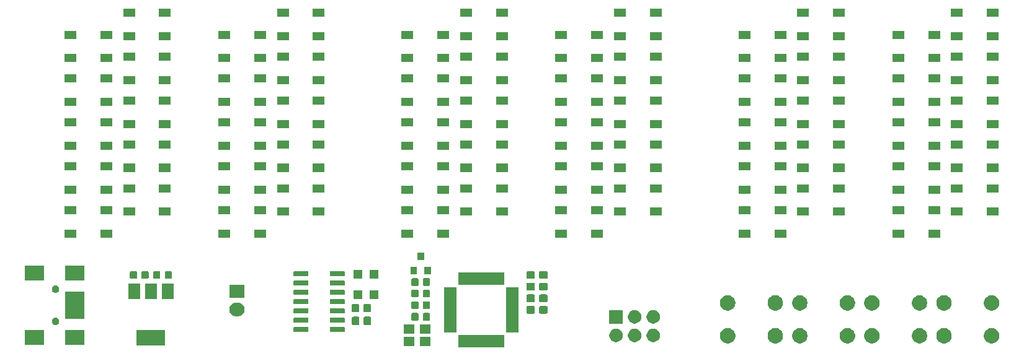
<source format=gbr>
G04 #@! TF.GenerationSoftware,KiCad,Pcbnew,(5.1.5)-3*
G04 #@! TF.CreationDate,2020-09-12T22:58:36+09:00*
G04 #@! TF.ProjectId,acrylic_nixie_clock,61637279-6c69-4635-9f6e-697869655f63,rev?*
G04 #@! TF.SameCoordinates,Original*
G04 #@! TF.FileFunction,Soldermask,Top*
G04 #@! TF.FilePolarity,Negative*
%FSLAX46Y46*%
G04 Gerber Fmt 4.6, Leading zero omitted, Abs format (unit mm)*
G04 Created by KiCad (PCBNEW (5.1.5)-3) date 2020-09-12 22:58:36*
%MOMM*%
%LPD*%
G04 APERTURE LIST*
%ADD10C,0.100000*%
G04 APERTURE END LIST*
D10*
G36*
X117743500Y-98128500D02*
G01*
X111491500Y-98128500D01*
X111491500Y-96426500D01*
X117743500Y-96426500D01*
X117743500Y-98128500D01*
G37*
G36*
X107726000Y-98021000D02*
G01*
X106224000Y-98021000D01*
X106224000Y-96719000D01*
X107726000Y-96719000D01*
X107726000Y-98021000D01*
G37*
G36*
X105526000Y-98021000D02*
G01*
X104024000Y-98021000D01*
X104024000Y-96719000D01*
X105526000Y-96719000D01*
X105526000Y-98021000D01*
G37*
G36*
X71483500Y-97863500D02*
G01*
X67581500Y-97863500D01*
X67581500Y-95761500D01*
X71483500Y-95761500D01*
X71483500Y-97863500D01*
G37*
G36*
X60416000Y-97843500D02*
G01*
X57814000Y-97843500D01*
X57814000Y-95741500D01*
X60416000Y-95741500D01*
X60416000Y-97843500D01*
G37*
G36*
X54916000Y-97843500D02*
G01*
X52314000Y-97843500D01*
X52314000Y-95741500D01*
X54916000Y-95741500D01*
X54916000Y-97843500D01*
G37*
G36*
X168264064Y-95564389D02*
G01*
X168455333Y-95643615D01*
X168455335Y-95643616D01*
X168627473Y-95758635D01*
X168773865Y-95905027D01*
X168885852Y-96072627D01*
X168888885Y-96077167D01*
X168968111Y-96268436D01*
X169008500Y-96471484D01*
X169008500Y-96678516D01*
X168968111Y-96881564D01*
X168938428Y-96953225D01*
X168888884Y-97072835D01*
X168773865Y-97244973D01*
X168627473Y-97391365D01*
X168455335Y-97506384D01*
X168455334Y-97506385D01*
X168455333Y-97506385D01*
X168264064Y-97585611D01*
X168061016Y-97626000D01*
X167853984Y-97626000D01*
X167650936Y-97585611D01*
X167459667Y-97506385D01*
X167459666Y-97506385D01*
X167459665Y-97506384D01*
X167287527Y-97391365D01*
X167141135Y-97244973D01*
X167026116Y-97072835D01*
X166976572Y-96953225D01*
X166946889Y-96881564D01*
X166906500Y-96678516D01*
X166906500Y-96471484D01*
X166946889Y-96268436D01*
X167026115Y-96077167D01*
X167029149Y-96072627D01*
X167141135Y-95905027D01*
X167287527Y-95758635D01*
X167459665Y-95643616D01*
X167459667Y-95643615D01*
X167650936Y-95564389D01*
X167853984Y-95524000D01*
X168061016Y-95524000D01*
X168264064Y-95564389D01*
G37*
G36*
X148579064Y-95564389D02*
G01*
X148770333Y-95643615D01*
X148770335Y-95643616D01*
X148942473Y-95758635D01*
X149088865Y-95905027D01*
X149200852Y-96072627D01*
X149203885Y-96077167D01*
X149283111Y-96268436D01*
X149323500Y-96471484D01*
X149323500Y-96678516D01*
X149283111Y-96881564D01*
X149253428Y-96953225D01*
X149203884Y-97072835D01*
X149088865Y-97244973D01*
X148942473Y-97391365D01*
X148770335Y-97506384D01*
X148770334Y-97506385D01*
X148770333Y-97506385D01*
X148579064Y-97585611D01*
X148376016Y-97626000D01*
X148168984Y-97626000D01*
X147965936Y-97585611D01*
X147774667Y-97506385D01*
X147774666Y-97506385D01*
X147774665Y-97506384D01*
X147602527Y-97391365D01*
X147456135Y-97244973D01*
X147341116Y-97072835D01*
X147291572Y-96953225D01*
X147261889Y-96881564D01*
X147221500Y-96678516D01*
X147221500Y-96471484D01*
X147261889Y-96268436D01*
X147341115Y-96077167D01*
X147344149Y-96072627D01*
X147456135Y-95905027D01*
X147602527Y-95758635D01*
X147774665Y-95643616D01*
X147774667Y-95643615D01*
X147965936Y-95564389D01*
X148168984Y-95524000D01*
X148376016Y-95524000D01*
X148579064Y-95564389D01*
G37*
G36*
X155079064Y-95564389D02*
G01*
X155270333Y-95643615D01*
X155270335Y-95643616D01*
X155442473Y-95758635D01*
X155588865Y-95905027D01*
X155700852Y-96072627D01*
X155703885Y-96077167D01*
X155783111Y-96268436D01*
X155823500Y-96471484D01*
X155823500Y-96678516D01*
X155783111Y-96881564D01*
X155753428Y-96953225D01*
X155703884Y-97072835D01*
X155588865Y-97244973D01*
X155442473Y-97391365D01*
X155270335Y-97506384D01*
X155270334Y-97506385D01*
X155270333Y-97506385D01*
X155079064Y-97585611D01*
X154876016Y-97626000D01*
X154668984Y-97626000D01*
X154465936Y-97585611D01*
X154274667Y-97506385D01*
X154274666Y-97506385D01*
X154274665Y-97506384D01*
X154102527Y-97391365D01*
X153956135Y-97244973D01*
X153841116Y-97072835D01*
X153791572Y-96953225D01*
X153761889Y-96881564D01*
X153721500Y-96678516D01*
X153721500Y-96471484D01*
X153761889Y-96268436D01*
X153841115Y-96077167D01*
X153844149Y-96072627D01*
X153956135Y-95905027D01*
X154102527Y-95758635D01*
X154274665Y-95643616D01*
X154274667Y-95643615D01*
X154465936Y-95564389D01*
X154668984Y-95524000D01*
X154876016Y-95524000D01*
X155079064Y-95564389D01*
G37*
G36*
X158421564Y-95564389D02*
G01*
X158612833Y-95643615D01*
X158612835Y-95643616D01*
X158784973Y-95758635D01*
X158931365Y-95905027D01*
X159043352Y-96072627D01*
X159046385Y-96077167D01*
X159125611Y-96268436D01*
X159166000Y-96471484D01*
X159166000Y-96678516D01*
X159125611Y-96881564D01*
X159095928Y-96953225D01*
X159046384Y-97072835D01*
X158931365Y-97244973D01*
X158784973Y-97391365D01*
X158612835Y-97506384D01*
X158612834Y-97506385D01*
X158612833Y-97506385D01*
X158421564Y-97585611D01*
X158218516Y-97626000D01*
X158011484Y-97626000D01*
X157808436Y-97585611D01*
X157617167Y-97506385D01*
X157617166Y-97506385D01*
X157617165Y-97506384D01*
X157445027Y-97391365D01*
X157298635Y-97244973D01*
X157183616Y-97072835D01*
X157134072Y-96953225D01*
X157104389Y-96881564D01*
X157064000Y-96678516D01*
X157064000Y-96471484D01*
X157104389Y-96268436D01*
X157183615Y-96077167D01*
X157186649Y-96072627D01*
X157298635Y-95905027D01*
X157445027Y-95758635D01*
X157617165Y-95643616D01*
X157617167Y-95643615D01*
X157808436Y-95564389D01*
X158011484Y-95524000D01*
X158218516Y-95524000D01*
X158421564Y-95564389D01*
G37*
G36*
X164921564Y-95564389D02*
G01*
X165112833Y-95643615D01*
X165112835Y-95643616D01*
X165284973Y-95758635D01*
X165431365Y-95905027D01*
X165543352Y-96072627D01*
X165546385Y-96077167D01*
X165625611Y-96268436D01*
X165666000Y-96471484D01*
X165666000Y-96678516D01*
X165625611Y-96881564D01*
X165595928Y-96953225D01*
X165546384Y-97072835D01*
X165431365Y-97244973D01*
X165284973Y-97391365D01*
X165112835Y-97506384D01*
X165112834Y-97506385D01*
X165112833Y-97506385D01*
X164921564Y-97585611D01*
X164718516Y-97626000D01*
X164511484Y-97626000D01*
X164308436Y-97585611D01*
X164117167Y-97506385D01*
X164117166Y-97506385D01*
X164117165Y-97506384D01*
X163945027Y-97391365D01*
X163798635Y-97244973D01*
X163683616Y-97072835D01*
X163634072Y-96953225D01*
X163604389Y-96881564D01*
X163564000Y-96678516D01*
X163564000Y-96471484D01*
X163604389Y-96268436D01*
X163683615Y-96077167D01*
X163686649Y-96072627D01*
X163798635Y-95905027D01*
X163945027Y-95758635D01*
X164117165Y-95643616D01*
X164117167Y-95643615D01*
X164308436Y-95564389D01*
X164511484Y-95524000D01*
X164718516Y-95524000D01*
X164921564Y-95564389D01*
G37*
G36*
X174764064Y-95564389D02*
G01*
X174955333Y-95643615D01*
X174955335Y-95643616D01*
X175127473Y-95758635D01*
X175273865Y-95905027D01*
X175385852Y-96072627D01*
X175388885Y-96077167D01*
X175468111Y-96268436D01*
X175508500Y-96471484D01*
X175508500Y-96678516D01*
X175468111Y-96881564D01*
X175438428Y-96953225D01*
X175388884Y-97072835D01*
X175273865Y-97244973D01*
X175127473Y-97391365D01*
X174955335Y-97506384D01*
X174955334Y-97506385D01*
X174955333Y-97506385D01*
X174764064Y-97585611D01*
X174561016Y-97626000D01*
X174353984Y-97626000D01*
X174150936Y-97585611D01*
X173959667Y-97506385D01*
X173959666Y-97506385D01*
X173959665Y-97506384D01*
X173787527Y-97391365D01*
X173641135Y-97244973D01*
X173526116Y-97072835D01*
X173476572Y-96953225D01*
X173446889Y-96881564D01*
X173406500Y-96678516D01*
X173406500Y-96471484D01*
X173446889Y-96268436D01*
X173526115Y-96077167D01*
X173529149Y-96072627D01*
X173641135Y-95905027D01*
X173787527Y-95758635D01*
X173959665Y-95643616D01*
X173959667Y-95643615D01*
X174150936Y-95564389D01*
X174353984Y-95524000D01*
X174561016Y-95524000D01*
X174764064Y-95564389D01*
G37*
G36*
X184606564Y-95564389D02*
G01*
X184797833Y-95643615D01*
X184797835Y-95643616D01*
X184969973Y-95758635D01*
X185116365Y-95905027D01*
X185228352Y-96072627D01*
X185231385Y-96077167D01*
X185310611Y-96268436D01*
X185351000Y-96471484D01*
X185351000Y-96678516D01*
X185310611Y-96881564D01*
X185280928Y-96953225D01*
X185231384Y-97072835D01*
X185116365Y-97244973D01*
X184969973Y-97391365D01*
X184797835Y-97506384D01*
X184797834Y-97506385D01*
X184797833Y-97506385D01*
X184606564Y-97585611D01*
X184403516Y-97626000D01*
X184196484Y-97626000D01*
X183993436Y-97585611D01*
X183802167Y-97506385D01*
X183802166Y-97506385D01*
X183802165Y-97506384D01*
X183630027Y-97391365D01*
X183483635Y-97244973D01*
X183368616Y-97072835D01*
X183319072Y-96953225D01*
X183289389Y-96881564D01*
X183249000Y-96678516D01*
X183249000Y-96471484D01*
X183289389Y-96268436D01*
X183368615Y-96077167D01*
X183371649Y-96072627D01*
X183483635Y-95905027D01*
X183630027Y-95758635D01*
X183802165Y-95643616D01*
X183802167Y-95643615D01*
X183993436Y-95564389D01*
X184196484Y-95524000D01*
X184403516Y-95524000D01*
X184606564Y-95564389D01*
G37*
G36*
X178106564Y-95564389D02*
G01*
X178297833Y-95643615D01*
X178297835Y-95643616D01*
X178469973Y-95758635D01*
X178616365Y-95905027D01*
X178728352Y-96072627D01*
X178731385Y-96077167D01*
X178810611Y-96268436D01*
X178851000Y-96471484D01*
X178851000Y-96678516D01*
X178810611Y-96881564D01*
X178780928Y-96953225D01*
X178731384Y-97072835D01*
X178616365Y-97244973D01*
X178469973Y-97391365D01*
X178297835Y-97506384D01*
X178297834Y-97506385D01*
X178297833Y-97506385D01*
X178106564Y-97585611D01*
X177903516Y-97626000D01*
X177696484Y-97626000D01*
X177493436Y-97585611D01*
X177302167Y-97506385D01*
X177302166Y-97506385D01*
X177302165Y-97506384D01*
X177130027Y-97391365D01*
X176983635Y-97244973D01*
X176868616Y-97072835D01*
X176819072Y-96953225D01*
X176789389Y-96881564D01*
X176749000Y-96678516D01*
X176749000Y-96471484D01*
X176789389Y-96268436D01*
X176868615Y-96077167D01*
X176871649Y-96072627D01*
X176983635Y-95905027D01*
X177130027Y-95758635D01*
X177302165Y-95643616D01*
X177302167Y-95643615D01*
X177493436Y-95564389D01*
X177696484Y-95524000D01*
X177903516Y-95524000D01*
X178106564Y-95564389D01*
G37*
G36*
X133299278Y-95640547D02*
G01*
X133465724Y-95709491D01*
X133615522Y-95809583D01*
X133742917Y-95936978D01*
X133843009Y-96086776D01*
X133911953Y-96253222D01*
X133947100Y-96429918D01*
X133947100Y-96610082D01*
X133911953Y-96786778D01*
X133843009Y-96953224D01*
X133742917Y-97103022D01*
X133615522Y-97230417D01*
X133465724Y-97330509D01*
X133299278Y-97399453D01*
X133122582Y-97434600D01*
X132942418Y-97434600D01*
X132765722Y-97399453D01*
X132599276Y-97330509D01*
X132449478Y-97230417D01*
X132322083Y-97103022D01*
X132221991Y-96953224D01*
X132153047Y-96786778D01*
X132117900Y-96610082D01*
X132117900Y-96429918D01*
X132153047Y-96253222D01*
X132221991Y-96086776D01*
X132322083Y-95936978D01*
X132449478Y-95809583D01*
X132599276Y-95709491D01*
X132765722Y-95640547D01*
X132942418Y-95605400D01*
X133122582Y-95605400D01*
X133299278Y-95640547D01*
G37*
G36*
X138379278Y-95640547D02*
G01*
X138545724Y-95709491D01*
X138695522Y-95809583D01*
X138822917Y-95936978D01*
X138923009Y-96086776D01*
X138991953Y-96253222D01*
X139027100Y-96429918D01*
X139027100Y-96610082D01*
X138991953Y-96786778D01*
X138923009Y-96953224D01*
X138822917Y-97103022D01*
X138695522Y-97230417D01*
X138545724Y-97330509D01*
X138379278Y-97399453D01*
X138202582Y-97434600D01*
X138022418Y-97434600D01*
X137845722Y-97399453D01*
X137679276Y-97330509D01*
X137529478Y-97230417D01*
X137402083Y-97103022D01*
X137301991Y-96953224D01*
X137233047Y-96786778D01*
X137197900Y-96610082D01*
X137197900Y-96429918D01*
X137233047Y-96253222D01*
X137301991Y-96086776D01*
X137402083Y-95936978D01*
X137529478Y-95809583D01*
X137679276Y-95709491D01*
X137845722Y-95640547D01*
X138022418Y-95605400D01*
X138202582Y-95605400D01*
X138379278Y-95640547D01*
G37*
G36*
X135839278Y-95640547D02*
G01*
X136005724Y-95709491D01*
X136155522Y-95809583D01*
X136282917Y-95936978D01*
X136383009Y-96086776D01*
X136451953Y-96253222D01*
X136487100Y-96429918D01*
X136487100Y-96610082D01*
X136451953Y-96786778D01*
X136383009Y-96953224D01*
X136282917Y-97103022D01*
X136155522Y-97230417D01*
X136005724Y-97330509D01*
X135839278Y-97399453D01*
X135662582Y-97434600D01*
X135482418Y-97434600D01*
X135305722Y-97399453D01*
X135139276Y-97330509D01*
X134989478Y-97230417D01*
X134862083Y-97103022D01*
X134761991Y-96953224D01*
X134693047Y-96786778D01*
X134657900Y-96610082D01*
X134657900Y-96429918D01*
X134693047Y-96253222D01*
X134761991Y-96086776D01*
X134862083Y-95936978D01*
X134989478Y-95809583D01*
X135139276Y-95709491D01*
X135305722Y-95640547D01*
X135482418Y-95605400D01*
X135662582Y-95605400D01*
X135839278Y-95640547D01*
G37*
G36*
X107726000Y-96321000D02*
G01*
X106224000Y-96321000D01*
X106224000Y-95019000D01*
X107726000Y-95019000D01*
X107726000Y-96321000D01*
G37*
G36*
X105526000Y-96321000D02*
G01*
X104024000Y-96321000D01*
X104024000Y-95019000D01*
X105526000Y-95019000D01*
X105526000Y-96321000D01*
G37*
G36*
X111218500Y-96153500D02*
G01*
X109516500Y-96153500D01*
X109516500Y-89901500D01*
X111218500Y-89901500D01*
X111218500Y-96153500D01*
G37*
G36*
X119718500Y-96153500D02*
G01*
X118016500Y-96153500D01*
X118016500Y-89901500D01*
X119718500Y-89901500D01*
X119718500Y-96153500D01*
G37*
G36*
X90959927Y-95376763D02*
G01*
X90981008Y-95383159D01*
X91000444Y-95393547D01*
X91017475Y-95407523D01*
X91031451Y-95424554D01*
X91041839Y-95443990D01*
X91048235Y-95465071D01*
X91050999Y-95493139D01*
X91050999Y-95956859D01*
X91048235Y-95984927D01*
X91041839Y-96006008D01*
X91031451Y-96025444D01*
X91017475Y-96042475D01*
X91000444Y-96056451D01*
X90981008Y-96066839D01*
X90959927Y-96073235D01*
X90931859Y-96075999D01*
X89118139Y-96075999D01*
X89090071Y-96073235D01*
X89068990Y-96066839D01*
X89049554Y-96056451D01*
X89032523Y-96042475D01*
X89018547Y-96025444D01*
X89008159Y-96006008D01*
X89001763Y-95984927D01*
X88998999Y-95956859D01*
X88998999Y-95493139D01*
X89001763Y-95465071D01*
X89008159Y-95443990D01*
X89018547Y-95424554D01*
X89032523Y-95407523D01*
X89049554Y-95393547D01*
X89068990Y-95383159D01*
X89090071Y-95376763D01*
X89118139Y-95373999D01*
X90931859Y-95373999D01*
X90959927Y-95376763D01*
G37*
G36*
X95909927Y-95376763D02*
G01*
X95931008Y-95383159D01*
X95950444Y-95393547D01*
X95967475Y-95407523D01*
X95981451Y-95424554D01*
X95991839Y-95443990D01*
X95998235Y-95465071D01*
X96000999Y-95493139D01*
X96000999Y-95956859D01*
X95998235Y-95984927D01*
X95991839Y-96006008D01*
X95981451Y-96025444D01*
X95967475Y-96042475D01*
X95950444Y-96056451D01*
X95931008Y-96066839D01*
X95909927Y-96073235D01*
X95881859Y-96075999D01*
X94068139Y-96075999D01*
X94040071Y-96073235D01*
X94018990Y-96066839D01*
X93999554Y-96056451D01*
X93982523Y-96042475D01*
X93968547Y-96025444D01*
X93958159Y-96006008D01*
X93951763Y-95984927D01*
X93948999Y-95956859D01*
X93948999Y-95493139D01*
X93951763Y-95465071D01*
X93958159Y-95443990D01*
X93968547Y-95424554D01*
X93982523Y-95407523D01*
X93999554Y-95393547D01*
X94018990Y-95383159D01*
X94040071Y-95376763D01*
X94068139Y-95373999D01*
X95881859Y-95373999D01*
X95909927Y-95376763D01*
G37*
G36*
X99424499Y-93965945D02*
G01*
X99461995Y-93977320D01*
X99496554Y-93995792D01*
X99526847Y-94020653D01*
X99551708Y-94050946D01*
X99570180Y-94085505D01*
X99581555Y-94123001D01*
X99586000Y-94168138D01*
X99586000Y-94906862D01*
X99581555Y-94951999D01*
X99570180Y-94989495D01*
X99551708Y-95024054D01*
X99526847Y-95054347D01*
X99496554Y-95079208D01*
X99461995Y-95097680D01*
X99424499Y-95109055D01*
X99379362Y-95113500D01*
X98740638Y-95113500D01*
X98695501Y-95109055D01*
X98658005Y-95097680D01*
X98623446Y-95079208D01*
X98593153Y-95054347D01*
X98568292Y-95024054D01*
X98549820Y-94989495D01*
X98538445Y-94951999D01*
X98534000Y-94906862D01*
X98534000Y-94168138D01*
X98538445Y-94123001D01*
X98549820Y-94085505D01*
X98568292Y-94050946D01*
X98593153Y-94020653D01*
X98623446Y-93995792D01*
X98658005Y-93977320D01*
X98695501Y-93965945D01*
X98740638Y-93961500D01*
X99379362Y-93961500D01*
X99424499Y-93965945D01*
G37*
G36*
X97836999Y-93965945D02*
G01*
X97874495Y-93977320D01*
X97909054Y-93995792D01*
X97939347Y-94020653D01*
X97964208Y-94050946D01*
X97982680Y-94085505D01*
X97994055Y-94123001D01*
X97998500Y-94168138D01*
X97998500Y-94906862D01*
X97994055Y-94951999D01*
X97982680Y-94989495D01*
X97964208Y-95024054D01*
X97939347Y-95054347D01*
X97909054Y-95079208D01*
X97874495Y-95097680D01*
X97836999Y-95109055D01*
X97791862Y-95113500D01*
X97153138Y-95113500D01*
X97108001Y-95109055D01*
X97070505Y-95097680D01*
X97035946Y-95079208D01*
X97005653Y-95054347D01*
X96980792Y-95024054D01*
X96962320Y-94989495D01*
X96950945Y-94951999D01*
X96946500Y-94906862D01*
X96946500Y-94168138D01*
X96950945Y-94123001D01*
X96962320Y-94085505D01*
X96980792Y-94050946D01*
X97005653Y-94020653D01*
X97035946Y-93995792D01*
X97070505Y-93977320D01*
X97108001Y-93965945D01*
X97153138Y-93961500D01*
X97791862Y-93961500D01*
X97836999Y-93965945D01*
G37*
G36*
X56612740Y-94101126D02*
G01*
X56661136Y-94110753D01*
X56690705Y-94123001D01*
X56752311Y-94148519D01*
X56752312Y-94148520D01*
X56834369Y-94203348D01*
X56904152Y-94273131D01*
X56931752Y-94314438D01*
X56958981Y-94355189D01*
X56960804Y-94359591D01*
X56991817Y-94434461D01*
X56996747Y-94446365D01*
X57016000Y-94543155D01*
X57016000Y-94641845D01*
X56996747Y-94738635D01*
X56958981Y-94829811D01*
X56939175Y-94859453D01*
X56904152Y-94911869D01*
X56834369Y-94981652D01*
X56822631Y-94989495D01*
X56752311Y-95036481D01*
X56709178Y-95054347D01*
X56661136Y-95074247D01*
X56636195Y-95079208D01*
X56564345Y-95093500D01*
X56465655Y-95093500D01*
X56393805Y-95079208D01*
X56368864Y-95074247D01*
X56320822Y-95054347D01*
X56277689Y-95036481D01*
X56207369Y-94989495D01*
X56195631Y-94981652D01*
X56125848Y-94911869D01*
X56090825Y-94859453D01*
X56071019Y-94829811D01*
X56033253Y-94738635D01*
X56014000Y-94641845D01*
X56014000Y-94543155D01*
X56033253Y-94446365D01*
X56038184Y-94434461D01*
X56069196Y-94359591D01*
X56071019Y-94355189D01*
X56098248Y-94314438D01*
X56125848Y-94273131D01*
X56195631Y-94203348D01*
X56277688Y-94148520D01*
X56277689Y-94148519D01*
X56339295Y-94123001D01*
X56368864Y-94110753D01*
X56417260Y-94101126D01*
X56465655Y-94091500D01*
X56564345Y-94091500D01*
X56612740Y-94101126D01*
G37*
G36*
X133947100Y-94894600D02*
G01*
X132117900Y-94894600D01*
X132117900Y-93065400D01*
X133947100Y-93065400D01*
X133947100Y-94894600D01*
G37*
G36*
X138379278Y-93100547D02*
G01*
X138545724Y-93169491D01*
X138695522Y-93269583D01*
X138822917Y-93396978D01*
X138923009Y-93546776D01*
X138991953Y-93713222D01*
X139027100Y-93889918D01*
X139027100Y-94070082D01*
X138991953Y-94246778D01*
X138923009Y-94413224D01*
X138822917Y-94563022D01*
X138695522Y-94690417D01*
X138545724Y-94790509D01*
X138379278Y-94859453D01*
X138202582Y-94894600D01*
X138022418Y-94894600D01*
X137845722Y-94859453D01*
X137679276Y-94790509D01*
X137529478Y-94690417D01*
X137402083Y-94563022D01*
X137301991Y-94413224D01*
X137233047Y-94246778D01*
X137197900Y-94070082D01*
X137197900Y-93889918D01*
X137233047Y-93713222D01*
X137301991Y-93546776D01*
X137402083Y-93396978D01*
X137529478Y-93269583D01*
X137679276Y-93169491D01*
X137845722Y-93100547D01*
X138022418Y-93065400D01*
X138202582Y-93065400D01*
X138379278Y-93100547D01*
G37*
G36*
X135839278Y-93100547D02*
G01*
X136005724Y-93169491D01*
X136155522Y-93269583D01*
X136282917Y-93396978D01*
X136383009Y-93546776D01*
X136451953Y-93713222D01*
X136487100Y-93889918D01*
X136487100Y-94070082D01*
X136451953Y-94246778D01*
X136383009Y-94413224D01*
X136282917Y-94563022D01*
X136155522Y-94690417D01*
X136005724Y-94790509D01*
X135839278Y-94859453D01*
X135662582Y-94894600D01*
X135482418Y-94894600D01*
X135305722Y-94859453D01*
X135139276Y-94790509D01*
X134989478Y-94690417D01*
X134862083Y-94563022D01*
X134761991Y-94413224D01*
X134693047Y-94246778D01*
X134657900Y-94070082D01*
X134657900Y-93889918D01*
X134693047Y-93713222D01*
X134761991Y-93546776D01*
X134862083Y-93396978D01*
X134989478Y-93269583D01*
X135139276Y-93169491D01*
X135305722Y-93100547D01*
X135482418Y-93065400D01*
X135662582Y-93065400D01*
X135839278Y-93100547D01*
G37*
G36*
X95909927Y-94106763D02*
G01*
X95931008Y-94113159D01*
X95950444Y-94123547D01*
X95967475Y-94137523D01*
X95981451Y-94154554D01*
X95991839Y-94173990D01*
X95998235Y-94195071D01*
X96000999Y-94223139D01*
X96000999Y-94686859D01*
X95998235Y-94714927D01*
X95991839Y-94736008D01*
X95981451Y-94755444D01*
X95967475Y-94772475D01*
X95950444Y-94786451D01*
X95931008Y-94796839D01*
X95909927Y-94803235D01*
X95881859Y-94805999D01*
X94068139Y-94805999D01*
X94040071Y-94803235D01*
X94018990Y-94796839D01*
X93999554Y-94786451D01*
X93982523Y-94772475D01*
X93968547Y-94755444D01*
X93958159Y-94736008D01*
X93951763Y-94714927D01*
X93948999Y-94686859D01*
X93948999Y-94223139D01*
X93951763Y-94195071D01*
X93958159Y-94173990D01*
X93968547Y-94154554D01*
X93982523Y-94137523D01*
X93999554Y-94123547D01*
X94018990Y-94113159D01*
X94040071Y-94106763D01*
X94068139Y-94103999D01*
X95881859Y-94103999D01*
X95909927Y-94106763D01*
G37*
G36*
X90959927Y-94106763D02*
G01*
X90981008Y-94113159D01*
X91000444Y-94123547D01*
X91017475Y-94137523D01*
X91031451Y-94154554D01*
X91041839Y-94173990D01*
X91048235Y-94195071D01*
X91050999Y-94223139D01*
X91050999Y-94686859D01*
X91048235Y-94714927D01*
X91041839Y-94736008D01*
X91031451Y-94755444D01*
X91017475Y-94772475D01*
X91000444Y-94786451D01*
X90981008Y-94796839D01*
X90959927Y-94803235D01*
X90931859Y-94805999D01*
X89118139Y-94805999D01*
X89090071Y-94803235D01*
X89068990Y-94796839D01*
X89049554Y-94786451D01*
X89032523Y-94772475D01*
X89018547Y-94755444D01*
X89008159Y-94736008D01*
X89001763Y-94714927D01*
X88998999Y-94686859D01*
X88998999Y-94223139D01*
X89001763Y-94195071D01*
X89008159Y-94173990D01*
X89018547Y-94154554D01*
X89032523Y-94137523D01*
X89049554Y-94123547D01*
X89068990Y-94113159D01*
X89090071Y-94106763D01*
X89118139Y-94103999D01*
X90931859Y-94103999D01*
X90959927Y-94106763D01*
G37*
G36*
X107492091Y-93458085D02*
G01*
X107526069Y-93468393D01*
X107557390Y-93485134D01*
X107584839Y-93507661D01*
X107607366Y-93535110D01*
X107624107Y-93566431D01*
X107634415Y-93600409D01*
X107638500Y-93641890D01*
X107638500Y-94318110D01*
X107634415Y-94359591D01*
X107624107Y-94393569D01*
X107607366Y-94424890D01*
X107584839Y-94452339D01*
X107557390Y-94474866D01*
X107526069Y-94491607D01*
X107492091Y-94501915D01*
X107450610Y-94506000D01*
X106849390Y-94506000D01*
X106807909Y-94501915D01*
X106773931Y-94491607D01*
X106742610Y-94474866D01*
X106715161Y-94452339D01*
X106692634Y-94424890D01*
X106675893Y-94393569D01*
X106665585Y-94359591D01*
X106661500Y-94318110D01*
X106661500Y-93641890D01*
X106665585Y-93600409D01*
X106675893Y-93566431D01*
X106692634Y-93535110D01*
X106715161Y-93507661D01*
X106742610Y-93485134D01*
X106773931Y-93468393D01*
X106807909Y-93458085D01*
X106849390Y-93454000D01*
X107450610Y-93454000D01*
X107492091Y-93458085D01*
G37*
G36*
X105917091Y-93458085D02*
G01*
X105951069Y-93468393D01*
X105982390Y-93485134D01*
X106009839Y-93507661D01*
X106032366Y-93535110D01*
X106049107Y-93566431D01*
X106059415Y-93600409D01*
X106063500Y-93641890D01*
X106063500Y-94318110D01*
X106059415Y-94359591D01*
X106049107Y-94393569D01*
X106032366Y-94424890D01*
X106009839Y-94452339D01*
X105982390Y-94474866D01*
X105951069Y-94491607D01*
X105917091Y-94501915D01*
X105875610Y-94506000D01*
X105274390Y-94506000D01*
X105232909Y-94501915D01*
X105198931Y-94491607D01*
X105167610Y-94474866D01*
X105140161Y-94452339D01*
X105117634Y-94424890D01*
X105100893Y-94393569D01*
X105090585Y-94359591D01*
X105086500Y-94318110D01*
X105086500Y-93641890D01*
X105090585Y-93600409D01*
X105100893Y-93566431D01*
X105117634Y-93535110D01*
X105140161Y-93507661D01*
X105167610Y-93485134D01*
X105198931Y-93468393D01*
X105232909Y-93458085D01*
X105274390Y-93454000D01*
X105875610Y-93454000D01*
X105917091Y-93458085D01*
G37*
G36*
X60416000Y-94293500D02*
G01*
X57814000Y-94293500D01*
X57814000Y-90491500D01*
X60416000Y-90491500D01*
X60416000Y-94293500D01*
G37*
G36*
X81525025Y-92091500D02*
G01*
X81606627Y-92099537D01*
X81776466Y-92151057D01*
X81776468Y-92151058D01*
X81788819Y-92157660D01*
X81932991Y-92234722D01*
X81954824Y-92252640D01*
X82070186Y-92347314D01*
X82153448Y-92448771D01*
X82182778Y-92484509D01*
X82266443Y-92641034D01*
X82317963Y-92810873D01*
X82335359Y-92987500D01*
X82317963Y-93164127D01*
X82266443Y-93333966D01*
X82182778Y-93490491D01*
X82161473Y-93516451D01*
X82070186Y-93627686D01*
X81992427Y-93691500D01*
X81932991Y-93740278D01*
X81776466Y-93823943D01*
X81606627Y-93875463D01*
X81540443Y-93881981D01*
X81474260Y-93888500D01*
X81085740Y-93888500D01*
X81019557Y-93881981D01*
X80953373Y-93875463D01*
X80783534Y-93823943D01*
X80627009Y-93740278D01*
X80567573Y-93691500D01*
X80489814Y-93627686D01*
X80398527Y-93516451D01*
X80377222Y-93490491D01*
X80293557Y-93333966D01*
X80242037Y-93164127D01*
X80224641Y-92987500D01*
X80242037Y-92810873D01*
X80293557Y-92641034D01*
X80377222Y-92484509D01*
X80406552Y-92448771D01*
X80489814Y-92347314D01*
X80605176Y-92252640D01*
X80627009Y-92234722D01*
X80771181Y-92157660D01*
X80783532Y-92151058D01*
X80783534Y-92151057D01*
X80953373Y-92099537D01*
X81034975Y-92091500D01*
X81085740Y-92086500D01*
X81474260Y-92086500D01*
X81525025Y-92091500D01*
G37*
G36*
X121776999Y-92505945D02*
G01*
X121814495Y-92517320D01*
X121849054Y-92535792D01*
X121879347Y-92560653D01*
X121904208Y-92590946D01*
X121922680Y-92625505D01*
X121934055Y-92663001D01*
X121938500Y-92708138D01*
X121938500Y-93346862D01*
X121934055Y-93391999D01*
X121922680Y-93429495D01*
X121904208Y-93464054D01*
X121879347Y-93494347D01*
X121849054Y-93519208D01*
X121814495Y-93537680D01*
X121776999Y-93549055D01*
X121731862Y-93553500D01*
X120993138Y-93553500D01*
X120948001Y-93549055D01*
X120910505Y-93537680D01*
X120875946Y-93519208D01*
X120845653Y-93494347D01*
X120820792Y-93464054D01*
X120802320Y-93429495D01*
X120790945Y-93391999D01*
X120786500Y-93346862D01*
X120786500Y-92708138D01*
X120790945Y-92663001D01*
X120802320Y-92625505D01*
X120820792Y-92590946D01*
X120845653Y-92560653D01*
X120875946Y-92535792D01*
X120910505Y-92517320D01*
X120948001Y-92505945D01*
X120993138Y-92501500D01*
X121731862Y-92501500D01*
X121776999Y-92505945D01*
G37*
G36*
X123526999Y-92505945D02*
G01*
X123564495Y-92517320D01*
X123599054Y-92535792D01*
X123629347Y-92560653D01*
X123654208Y-92590946D01*
X123672680Y-92625505D01*
X123684055Y-92663001D01*
X123688500Y-92708138D01*
X123688500Y-93346862D01*
X123684055Y-93391999D01*
X123672680Y-93429495D01*
X123654208Y-93464054D01*
X123629347Y-93494347D01*
X123599054Y-93519208D01*
X123564495Y-93537680D01*
X123526999Y-93549055D01*
X123481862Y-93553500D01*
X122743138Y-93553500D01*
X122698001Y-93549055D01*
X122660505Y-93537680D01*
X122625946Y-93519208D01*
X122595653Y-93494347D01*
X122570792Y-93464054D01*
X122552320Y-93429495D01*
X122540945Y-93391999D01*
X122536500Y-93346862D01*
X122536500Y-92708138D01*
X122540945Y-92663001D01*
X122552320Y-92625505D01*
X122570792Y-92590946D01*
X122595653Y-92560653D01*
X122625946Y-92535792D01*
X122660505Y-92517320D01*
X122698001Y-92505945D01*
X122743138Y-92501500D01*
X123481862Y-92501500D01*
X123526999Y-92505945D01*
G37*
G36*
X95909927Y-92836763D02*
G01*
X95931008Y-92843159D01*
X95950444Y-92853547D01*
X95967475Y-92867523D01*
X95981451Y-92884554D01*
X95991839Y-92903990D01*
X95998235Y-92925071D01*
X96000999Y-92953139D01*
X96000999Y-93416859D01*
X95998235Y-93444927D01*
X95991839Y-93466008D01*
X95981451Y-93485444D01*
X95967475Y-93502475D01*
X95950444Y-93516451D01*
X95931008Y-93526839D01*
X95909927Y-93533235D01*
X95881859Y-93535999D01*
X94068139Y-93535999D01*
X94040071Y-93533235D01*
X94018990Y-93526839D01*
X93999554Y-93516451D01*
X93982523Y-93502475D01*
X93968547Y-93485444D01*
X93958159Y-93466008D01*
X93951763Y-93444927D01*
X93948999Y-93416859D01*
X93948999Y-92953139D01*
X93951763Y-92925071D01*
X93958159Y-92903990D01*
X93968547Y-92884554D01*
X93982523Y-92867523D01*
X93999554Y-92853547D01*
X94018990Y-92843159D01*
X94040071Y-92836763D01*
X94068139Y-92833999D01*
X95881859Y-92833999D01*
X95909927Y-92836763D01*
G37*
G36*
X90959927Y-92836763D02*
G01*
X90981008Y-92843159D01*
X91000444Y-92853547D01*
X91017475Y-92867523D01*
X91031451Y-92884554D01*
X91041839Y-92903990D01*
X91048235Y-92925071D01*
X91050999Y-92953139D01*
X91050999Y-93416859D01*
X91048235Y-93444927D01*
X91041839Y-93466008D01*
X91031451Y-93485444D01*
X91017475Y-93502475D01*
X91000444Y-93516451D01*
X90981008Y-93526839D01*
X90959927Y-93533235D01*
X90931859Y-93535999D01*
X89118139Y-93535999D01*
X89090071Y-93533235D01*
X89068990Y-93526839D01*
X89049554Y-93516451D01*
X89032523Y-93502475D01*
X89018547Y-93485444D01*
X89008159Y-93466008D01*
X89001763Y-93444927D01*
X88998999Y-93416859D01*
X88998999Y-92953139D01*
X89001763Y-92925071D01*
X89008159Y-92903990D01*
X89018547Y-92884554D01*
X89032523Y-92867523D01*
X89049554Y-92853547D01*
X89068990Y-92843159D01*
X89090071Y-92836763D01*
X89118139Y-92833999D01*
X90931859Y-92833999D01*
X90959927Y-92836763D01*
G37*
G36*
X99424499Y-92215945D02*
G01*
X99461995Y-92227320D01*
X99496554Y-92245792D01*
X99526847Y-92270653D01*
X99551708Y-92300946D01*
X99570180Y-92335505D01*
X99581555Y-92373001D01*
X99586000Y-92418138D01*
X99586000Y-93156862D01*
X99581555Y-93201999D01*
X99570180Y-93239495D01*
X99551708Y-93274054D01*
X99526847Y-93304347D01*
X99496554Y-93329208D01*
X99461995Y-93347680D01*
X99424499Y-93359055D01*
X99379362Y-93363500D01*
X98740638Y-93363500D01*
X98695501Y-93359055D01*
X98658005Y-93347680D01*
X98623446Y-93329208D01*
X98593153Y-93304347D01*
X98568292Y-93274054D01*
X98549820Y-93239495D01*
X98538445Y-93201999D01*
X98534000Y-93156862D01*
X98534000Y-92418138D01*
X98538445Y-92373001D01*
X98549820Y-92335505D01*
X98568292Y-92300946D01*
X98593153Y-92270653D01*
X98623446Y-92245792D01*
X98658005Y-92227320D01*
X98695501Y-92215945D01*
X98740638Y-92211500D01*
X99379362Y-92211500D01*
X99424499Y-92215945D01*
G37*
G36*
X97836999Y-92215945D02*
G01*
X97874495Y-92227320D01*
X97909054Y-92245792D01*
X97939347Y-92270653D01*
X97964208Y-92300946D01*
X97982680Y-92335505D01*
X97994055Y-92373001D01*
X97998500Y-92418138D01*
X97998500Y-93156862D01*
X97994055Y-93201999D01*
X97982680Y-93239495D01*
X97964208Y-93274054D01*
X97939347Y-93304347D01*
X97909054Y-93329208D01*
X97874495Y-93347680D01*
X97836999Y-93359055D01*
X97791862Y-93363500D01*
X97153138Y-93363500D01*
X97108001Y-93359055D01*
X97070505Y-93347680D01*
X97035946Y-93329208D01*
X97005653Y-93304347D01*
X96980792Y-93274054D01*
X96962320Y-93239495D01*
X96950945Y-93201999D01*
X96946500Y-93156862D01*
X96946500Y-92418138D01*
X96950945Y-92373001D01*
X96962320Y-92335505D01*
X96980792Y-92300946D01*
X97005653Y-92270653D01*
X97035946Y-92245792D01*
X97070505Y-92227320D01*
X97108001Y-92215945D01*
X97153138Y-92211500D01*
X97791862Y-92211500D01*
X97836999Y-92215945D01*
G37*
G36*
X148579064Y-91064389D02*
G01*
X148770333Y-91143615D01*
X148770335Y-91143616D01*
X148942473Y-91258635D01*
X149088865Y-91405027D01*
X149196934Y-91566763D01*
X149203885Y-91577167D01*
X149283111Y-91768436D01*
X149323500Y-91971484D01*
X149323500Y-92178516D01*
X149283111Y-92381564D01*
X149240470Y-92484509D01*
X149203884Y-92572835D01*
X149088865Y-92744973D01*
X148942473Y-92891365D01*
X148770335Y-93006384D01*
X148770334Y-93006385D01*
X148770333Y-93006385D01*
X148579064Y-93085611D01*
X148376016Y-93126000D01*
X148168984Y-93126000D01*
X147965936Y-93085611D01*
X147774667Y-93006385D01*
X147774666Y-93006385D01*
X147774665Y-93006384D01*
X147602527Y-92891365D01*
X147456135Y-92744973D01*
X147341116Y-92572835D01*
X147304530Y-92484509D01*
X147261889Y-92381564D01*
X147221500Y-92178516D01*
X147221500Y-91971484D01*
X147261889Y-91768436D01*
X147341115Y-91577167D01*
X147348067Y-91566763D01*
X147456135Y-91405027D01*
X147602527Y-91258635D01*
X147774665Y-91143616D01*
X147774667Y-91143615D01*
X147965936Y-91064389D01*
X148168984Y-91024000D01*
X148376016Y-91024000D01*
X148579064Y-91064389D01*
G37*
G36*
X155079064Y-91064389D02*
G01*
X155270333Y-91143615D01*
X155270335Y-91143616D01*
X155442473Y-91258635D01*
X155588865Y-91405027D01*
X155696934Y-91566763D01*
X155703885Y-91577167D01*
X155783111Y-91768436D01*
X155823500Y-91971484D01*
X155823500Y-92178516D01*
X155783111Y-92381564D01*
X155740470Y-92484509D01*
X155703884Y-92572835D01*
X155588865Y-92744973D01*
X155442473Y-92891365D01*
X155270335Y-93006384D01*
X155270334Y-93006385D01*
X155270333Y-93006385D01*
X155079064Y-93085611D01*
X154876016Y-93126000D01*
X154668984Y-93126000D01*
X154465936Y-93085611D01*
X154274667Y-93006385D01*
X154274666Y-93006385D01*
X154274665Y-93006384D01*
X154102527Y-92891365D01*
X153956135Y-92744973D01*
X153841116Y-92572835D01*
X153804530Y-92484509D01*
X153761889Y-92381564D01*
X153721500Y-92178516D01*
X153721500Y-91971484D01*
X153761889Y-91768436D01*
X153841115Y-91577167D01*
X153848067Y-91566763D01*
X153956135Y-91405027D01*
X154102527Y-91258635D01*
X154274665Y-91143616D01*
X154274667Y-91143615D01*
X154465936Y-91064389D01*
X154668984Y-91024000D01*
X154876016Y-91024000D01*
X155079064Y-91064389D01*
G37*
G36*
X178106564Y-91064389D02*
G01*
X178297833Y-91143615D01*
X178297835Y-91143616D01*
X178469973Y-91258635D01*
X178616365Y-91405027D01*
X178724434Y-91566763D01*
X178731385Y-91577167D01*
X178810611Y-91768436D01*
X178851000Y-91971484D01*
X178851000Y-92178516D01*
X178810611Y-92381564D01*
X178767970Y-92484509D01*
X178731384Y-92572835D01*
X178616365Y-92744973D01*
X178469973Y-92891365D01*
X178297835Y-93006384D01*
X178297834Y-93006385D01*
X178297833Y-93006385D01*
X178106564Y-93085611D01*
X177903516Y-93126000D01*
X177696484Y-93126000D01*
X177493436Y-93085611D01*
X177302167Y-93006385D01*
X177302166Y-93006385D01*
X177302165Y-93006384D01*
X177130027Y-92891365D01*
X176983635Y-92744973D01*
X176868616Y-92572835D01*
X176832030Y-92484509D01*
X176789389Y-92381564D01*
X176749000Y-92178516D01*
X176749000Y-91971484D01*
X176789389Y-91768436D01*
X176868615Y-91577167D01*
X176875567Y-91566763D01*
X176983635Y-91405027D01*
X177130027Y-91258635D01*
X177302165Y-91143616D01*
X177302167Y-91143615D01*
X177493436Y-91064389D01*
X177696484Y-91024000D01*
X177903516Y-91024000D01*
X178106564Y-91064389D01*
G37*
G36*
X164921564Y-91064389D02*
G01*
X165112833Y-91143615D01*
X165112835Y-91143616D01*
X165284973Y-91258635D01*
X165431365Y-91405027D01*
X165539434Y-91566763D01*
X165546385Y-91577167D01*
X165625611Y-91768436D01*
X165666000Y-91971484D01*
X165666000Y-92178516D01*
X165625611Y-92381564D01*
X165582970Y-92484509D01*
X165546384Y-92572835D01*
X165431365Y-92744973D01*
X165284973Y-92891365D01*
X165112835Y-93006384D01*
X165112834Y-93006385D01*
X165112833Y-93006385D01*
X164921564Y-93085611D01*
X164718516Y-93126000D01*
X164511484Y-93126000D01*
X164308436Y-93085611D01*
X164117167Y-93006385D01*
X164117166Y-93006385D01*
X164117165Y-93006384D01*
X163945027Y-92891365D01*
X163798635Y-92744973D01*
X163683616Y-92572835D01*
X163647030Y-92484509D01*
X163604389Y-92381564D01*
X163564000Y-92178516D01*
X163564000Y-91971484D01*
X163604389Y-91768436D01*
X163683615Y-91577167D01*
X163690567Y-91566763D01*
X163798635Y-91405027D01*
X163945027Y-91258635D01*
X164117165Y-91143616D01*
X164117167Y-91143615D01*
X164308436Y-91064389D01*
X164511484Y-91024000D01*
X164718516Y-91024000D01*
X164921564Y-91064389D01*
G37*
G36*
X184606564Y-91064389D02*
G01*
X184797833Y-91143615D01*
X184797835Y-91143616D01*
X184969973Y-91258635D01*
X185116365Y-91405027D01*
X185224434Y-91566763D01*
X185231385Y-91577167D01*
X185310611Y-91768436D01*
X185351000Y-91971484D01*
X185351000Y-92178516D01*
X185310611Y-92381564D01*
X185267970Y-92484509D01*
X185231384Y-92572835D01*
X185116365Y-92744973D01*
X184969973Y-92891365D01*
X184797835Y-93006384D01*
X184797834Y-93006385D01*
X184797833Y-93006385D01*
X184606564Y-93085611D01*
X184403516Y-93126000D01*
X184196484Y-93126000D01*
X183993436Y-93085611D01*
X183802167Y-93006385D01*
X183802166Y-93006385D01*
X183802165Y-93006384D01*
X183630027Y-92891365D01*
X183483635Y-92744973D01*
X183368616Y-92572835D01*
X183332030Y-92484509D01*
X183289389Y-92381564D01*
X183249000Y-92178516D01*
X183249000Y-91971484D01*
X183289389Y-91768436D01*
X183368615Y-91577167D01*
X183375567Y-91566763D01*
X183483635Y-91405027D01*
X183630027Y-91258635D01*
X183802165Y-91143616D01*
X183802167Y-91143615D01*
X183993436Y-91064389D01*
X184196484Y-91024000D01*
X184403516Y-91024000D01*
X184606564Y-91064389D01*
G37*
G36*
X168264064Y-91064389D02*
G01*
X168455333Y-91143615D01*
X168455335Y-91143616D01*
X168627473Y-91258635D01*
X168773865Y-91405027D01*
X168881934Y-91566763D01*
X168888885Y-91577167D01*
X168968111Y-91768436D01*
X169008500Y-91971484D01*
X169008500Y-92178516D01*
X168968111Y-92381564D01*
X168925470Y-92484509D01*
X168888884Y-92572835D01*
X168773865Y-92744973D01*
X168627473Y-92891365D01*
X168455335Y-93006384D01*
X168455334Y-93006385D01*
X168455333Y-93006385D01*
X168264064Y-93085611D01*
X168061016Y-93126000D01*
X167853984Y-93126000D01*
X167650936Y-93085611D01*
X167459667Y-93006385D01*
X167459666Y-93006385D01*
X167459665Y-93006384D01*
X167287527Y-92891365D01*
X167141135Y-92744973D01*
X167026116Y-92572835D01*
X166989530Y-92484509D01*
X166946889Y-92381564D01*
X166906500Y-92178516D01*
X166906500Y-91971484D01*
X166946889Y-91768436D01*
X167026115Y-91577167D01*
X167033067Y-91566763D01*
X167141135Y-91405027D01*
X167287527Y-91258635D01*
X167459665Y-91143616D01*
X167459667Y-91143615D01*
X167650936Y-91064389D01*
X167853984Y-91024000D01*
X168061016Y-91024000D01*
X168264064Y-91064389D01*
G37*
G36*
X158421564Y-91064389D02*
G01*
X158612833Y-91143615D01*
X158612835Y-91143616D01*
X158784973Y-91258635D01*
X158931365Y-91405027D01*
X159039434Y-91566763D01*
X159046385Y-91577167D01*
X159125611Y-91768436D01*
X159166000Y-91971484D01*
X159166000Y-92178516D01*
X159125611Y-92381564D01*
X159082970Y-92484509D01*
X159046384Y-92572835D01*
X158931365Y-92744973D01*
X158784973Y-92891365D01*
X158612835Y-93006384D01*
X158612834Y-93006385D01*
X158612833Y-93006385D01*
X158421564Y-93085611D01*
X158218516Y-93126000D01*
X158011484Y-93126000D01*
X157808436Y-93085611D01*
X157617167Y-93006385D01*
X157617166Y-93006385D01*
X157617165Y-93006384D01*
X157445027Y-92891365D01*
X157298635Y-92744973D01*
X157183616Y-92572835D01*
X157147030Y-92484509D01*
X157104389Y-92381564D01*
X157064000Y-92178516D01*
X157064000Y-91971484D01*
X157104389Y-91768436D01*
X157183615Y-91577167D01*
X157190567Y-91566763D01*
X157298635Y-91405027D01*
X157445027Y-91258635D01*
X157617165Y-91143616D01*
X157617167Y-91143615D01*
X157808436Y-91064389D01*
X158011484Y-91024000D01*
X158218516Y-91024000D01*
X158421564Y-91064389D01*
G37*
G36*
X174764064Y-91064389D02*
G01*
X174955333Y-91143615D01*
X174955335Y-91143616D01*
X175127473Y-91258635D01*
X175273865Y-91405027D01*
X175381934Y-91566763D01*
X175388885Y-91577167D01*
X175468111Y-91768436D01*
X175508500Y-91971484D01*
X175508500Y-92178516D01*
X175468111Y-92381564D01*
X175425470Y-92484509D01*
X175388884Y-92572835D01*
X175273865Y-92744973D01*
X175127473Y-92891365D01*
X174955335Y-93006384D01*
X174955334Y-93006385D01*
X174955333Y-93006385D01*
X174764064Y-93085611D01*
X174561016Y-93126000D01*
X174353984Y-93126000D01*
X174150936Y-93085611D01*
X173959667Y-93006385D01*
X173959666Y-93006385D01*
X173959665Y-93006384D01*
X173787527Y-92891365D01*
X173641135Y-92744973D01*
X173526116Y-92572835D01*
X173489530Y-92484509D01*
X173446889Y-92381564D01*
X173406500Y-92178516D01*
X173406500Y-91971484D01*
X173446889Y-91768436D01*
X173526115Y-91577167D01*
X173533067Y-91566763D01*
X173641135Y-91405027D01*
X173787527Y-91258635D01*
X173959665Y-91143616D01*
X173959667Y-91143615D01*
X174150936Y-91064389D01*
X174353984Y-91024000D01*
X174561016Y-91024000D01*
X174764064Y-91064389D01*
G37*
G36*
X107492091Y-91870585D02*
G01*
X107526069Y-91880893D01*
X107557390Y-91897634D01*
X107584839Y-91920161D01*
X107607366Y-91947610D01*
X107624107Y-91978931D01*
X107634415Y-92012909D01*
X107638500Y-92054390D01*
X107638500Y-92730610D01*
X107634415Y-92772091D01*
X107624107Y-92806069D01*
X107607366Y-92837390D01*
X107584839Y-92864839D01*
X107557390Y-92887366D01*
X107526069Y-92904107D01*
X107492091Y-92914415D01*
X107450610Y-92918500D01*
X106849390Y-92918500D01*
X106807909Y-92914415D01*
X106773931Y-92904107D01*
X106742610Y-92887366D01*
X106715161Y-92864839D01*
X106692634Y-92837390D01*
X106675893Y-92806069D01*
X106665585Y-92772091D01*
X106661500Y-92730610D01*
X106661500Y-92054390D01*
X106665585Y-92012909D01*
X106675893Y-91978931D01*
X106692634Y-91947610D01*
X106715161Y-91920161D01*
X106742610Y-91897634D01*
X106773931Y-91880893D01*
X106807909Y-91870585D01*
X106849390Y-91866500D01*
X107450610Y-91866500D01*
X107492091Y-91870585D01*
G37*
G36*
X105917091Y-91870585D02*
G01*
X105951069Y-91880893D01*
X105982390Y-91897634D01*
X106009839Y-91920161D01*
X106032366Y-91947610D01*
X106049107Y-91978931D01*
X106059415Y-92012909D01*
X106063500Y-92054390D01*
X106063500Y-92730610D01*
X106059415Y-92772091D01*
X106049107Y-92806069D01*
X106032366Y-92837390D01*
X106009839Y-92864839D01*
X105982390Y-92887366D01*
X105951069Y-92904107D01*
X105917091Y-92914415D01*
X105875610Y-92918500D01*
X105274390Y-92918500D01*
X105232909Y-92914415D01*
X105198931Y-92904107D01*
X105167610Y-92887366D01*
X105140161Y-92864839D01*
X105117634Y-92837390D01*
X105100893Y-92806069D01*
X105090585Y-92772091D01*
X105086500Y-92730610D01*
X105086500Y-92054390D01*
X105090585Y-92012909D01*
X105100893Y-91978931D01*
X105117634Y-91947610D01*
X105140161Y-91920161D01*
X105167610Y-91897634D01*
X105198931Y-91880893D01*
X105232909Y-91870585D01*
X105274390Y-91866500D01*
X105875610Y-91866500D01*
X105917091Y-91870585D01*
G37*
G36*
X95909927Y-91566763D02*
G01*
X95931008Y-91573159D01*
X95950444Y-91583547D01*
X95967475Y-91597523D01*
X95981451Y-91614554D01*
X95991839Y-91633990D01*
X95998235Y-91655071D01*
X96000999Y-91683139D01*
X96000999Y-92146859D01*
X95998235Y-92174927D01*
X95991839Y-92196008D01*
X95981451Y-92215444D01*
X95967475Y-92232475D01*
X95950444Y-92246451D01*
X95931008Y-92256839D01*
X95909927Y-92263235D01*
X95881859Y-92265999D01*
X94068139Y-92265999D01*
X94040071Y-92263235D01*
X94018990Y-92256839D01*
X93999554Y-92246451D01*
X93982523Y-92232475D01*
X93968547Y-92215444D01*
X93958159Y-92196008D01*
X93951763Y-92174927D01*
X93948999Y-92146859D01*
X93948999Y-91683139D01*
X93951763Y-91655071D01*
X93958159Y-91633990D01*
X93968547Y-91614554D01*
X93982523Y-91597523D01*
X93999554Y-91583547D01*
X94018990Y-91573159D01*
X94040071Y-91566763D01*
X94068139Y-91563999D01*
X95881859Y-91563999D01*
X95909927Y-91566763D01*
G37*
G36*
X90959927Y-91566763D02*
G01*
X90981008Y-91573159D01*
X91000444Y-91583547D01*
X91017475Y-91597523D01*
X91031451Y-91614554D01*
X91041839Y-91633990D01*
X91048235Y-91655071D01*
X91050999Y-91683139D01*
X91050999Y-92146859D01*
X91048235Y-92174927D01*
X91041839Y-92196008D01*
X91031451Y-92215444D01*
X91017475Y-92232475D01*
X91000444Y-92246451D01*
X90981008Y-92256839D01*
X90959927Y-92263235D01*
X90931859Y-92265999D01*
X89118139Y-92265999D01*
X89090071Y-92263235D01*
X89068990Y-92256839D01*
X89049554Y-92246451D01*
X89032523Y-92232475D01*
X89018547Y-92215444D01*
X89008159Y-92196008D01*
X89001763Y-92174927D01*
X88998999Y-92146859D01*
X88998999Y-91683139D01*
X89001763Y-91655071D01*
X89008159Y-91633990D01*
X89018547Y-91614554D01*
X89032523Y-91597523D01*
X89049554Y-91583547D01*
X89068990Y-91573159D01*
X89090071Y-91566763D01*
X89118139Y-91563999D01*
X90931859Y-91563999D01*
X90959927Y-91566763D01*
G37*
G36*
X121776999Y-90918445D02*
G01*
X121814495Y-90929820D01*
X121849054Y-90948292D01*
X121879347Y-90973153D01*
X121904208Y-91003446D01*
X121922680Y-91038005D01*
X121934055Y-91075501D01*
X121938500Y-91120638D01*
X121938500Y-91759362D01*
X121934055Y-91804499D01*
X121922680Y-91841995D01*
X121904208Y-91876554D01*
X121879347Y-91906847D01*
X121849054Y-91931708D01*
X121814495Y-91950180D01*
X121776999Y-91961555D01*
X121731862Y-91966000D01*
X120993138Y-91966000D01*
X120948001Y-91961555D01*
X120910505Y-91950180D01*
X120875946Y-91931708D01*
X120845653Y-91906847D01*
X120820792Y-91876554D01*
X120802320Y-91841995D01*
X120790945Y-91804499D01*
X120786500Y-91759362D01*
X120786500Y-91120638D01*
X120790945Y-91075501D01*
X120802320Y-91038005D01*
X120820792Y-91003446D01*
X120845653Y-90973153D01*
X120875946Y-90948292D01*
X120910505Y-90929820D01*
X120948001Y-90918445D01*
X120993138Y-90914000D01*
X121731862Y-90914000D01*
X121776999Y-90918445D01*
G37*
G36*
X123526999Y-90918445D02*
G01*
X123564495Y-90929820D01*
X123599054Y-90948292D01*
X123629347Y-90973153D01*
X123654208Y-91003446D01*
X123672680Y-91038005D01*
X123684055Y-91075501D01*
X123688500Y-91120638D01*
X123688500Y-91759362D01*
X123684055Y-91804499D01*
X123672680Y-91841995D01*
X123654208Y-91876554D01*
X123629347Y-91906847D01*
X123599054Y-91931708D01*
X123564495Y-91950180D01*
X123526999Y-91961555D01*
X123481862Y-91966000D01*
X122743138Y-91966000D01*
X122698001Y-91961555D01*
X122660505Y-91950180D01*
X122625946Y-91931708D01*
X122595653Y-91906847D01*
X122570792Y-91876554D01*
X122552320Y-91841995D01*
X122540945Y-91804499D01*
X122536500Y-91759362D01*
X122536500Y-91120638D01*
X122540945Y-91075501D01*
X122552320Y-91038005D01*
X122570792Y-91003446D01*
X122595653Y-90973153D01*
X122625946Y-90948292D01*
X122660505Y-90929820D01*
X122698001Y-90918445D01*
X122743138Y-90914000D01*
X123481862Y-90914000D01*
X123526999Y-90918445D01*
G37*
G36*
X72633500Y-91563500D02*
G01*
X71031500Y-91563500D01*
X71031500Y-89461500D01*
X72633500Y-89461500D01*
X72633500Y-91563500D01*
G37*
G36*
X70333500Y-91563500D02*
G01*
X68731500Y-91563500D01*
X68731500Y-89461500D01*
X70333500Y-89461500D01*
X70333500Y-91563500D01*
G37*
G36*
X68033500Y-91563500D02*
G01*
X66431500Y-91563500D01*
X66431500Y-89461500D01*
X68033500Y-89461500D01*
X68033500Y-91563500D01*
G37*
G36*
X100613500Y-91536000D02*
G01*
X99411500Y-91536000D01*
X99411500Y-90334000D01*
X100613500Y-90334000D01*
X100613500Y-91536000D01*
G37*
G36*
X98391000Y-91536000D02*
G01*
X97189000Y-91536000D01*
X97189000Y-90334000D01*
X98391000Y-90334000D01*
X98391000Y-91536000D01*
G37*
G36*
X82188600Y-89590489D02*
G01*
X82221652Y-89600515D01*
X82252103Y-89616792D01*
X82278799Y-89638701D01*
X82300708Y-89665397D01*
X82316985Y-89695848D01*
X82327011Y-89728900D01*
X82331000Y-89769403D01*
X82331000Y-91205597D01*
X82327011Y-91246100D01*
X82316985Y-91279152D01*
X82300708Y-91309603D01*
X82278799Y-91336299D01*
X82252103Y-91358208D01*
X82221652Y-91374485D01*
X82188600Y-91384511D01*
X82148097Y-91388500D01*
X80411903Y-91388500D01*
X80371400Y-91384511D01*
X80338348Y-91374485D01*
X80307897Y-91358208D01*
X80281201Y-91336299D01*
X80259292Y-91309603D01*
X80243015Y-91279152D01*
X80232989Y-91246100D01*
X80229000Y-91205597D01*
X80229000Y-89769403D01*
X80232989Y-89728900D01*
X80243015Y-89695848D01*
X80259292Y-89665397D01*
X80281201Y-89638701D01*
X80307897Y-89616792D01*
X80338348Y-89600515D01*
X80371400Y-89590489D01*
X80411903Y-89586500D01*
X82148097Y-89586500D01*
X82188600Y-89590489D01*
G37*
G36*
X105917091Y-90283085D02*
G01*
X105951069Y-90293393D01*
X105982390Y-90310134D01*
X106009839Y-90332661D01*
X106032366Y-90360110D01*
X106049107Y-90391431D01*
X106059415Y-90425409D01*
X106063500Y-90466890D01*
X106063500Y-91143110D01*
X106059415Y-91184591D01*
X106049107Y-91218569D01*
X106032366Y-91249890D01*
X106009839Y-91277339D01*
X105982390Y-91299866D01*
X105951069Y-91316607D01*
X105917091Y-91326915D01*
X105875610Y-91331000D01*
X105274390Y-91331000D01*
X105232909Y-91326915D01*
X105198931Y-91316607D01*
X105167610Y-91299866D01*
X105140161Y-91277339D01*
X105117634Y-91249890D01*
X105100893Y-91218569D01*
X105090585Y-91184591D01*
X105086500Y-91143110D01*
X105086500Y-90466890D01*
X105090585Y-90425409D01*
X105100893Y-90391431D01*
X105117634Y-90360110D01*
X105140161Y-90332661D01*
X105167610Y-90310134D01*
X105198931Y-90293393D01*
X105232909Y-90283085D01*
X105274390Y-90279000D01*
X105875610Y-90279000D01*
X105917091Y-90283085D01*
G37*
G36*
X107492091Y-90283085D02*
G01*
X107526069Y-90293393D01*
X107557390Y-90310134D01*
X107584839Y-90332661D01*
X107607366Y-90360110D01*
X107624107Y-90391431D01*
X107634415Y-90425409D01*
X107638500Y-90466890D01*
X107638500Y-91143110D01*
X107634415Y-91184591D01*
X107624107Y-91218569D01*
X107607366Y-91249890D01*
X107584839Y-91277339D01*
X107557390Y-91299866D01*
X107526069Y-91316607D01*
X107492091Y-91326915D01*
X107450610Y-91331000D01*
X106849390Y-91331000D01*
X106807909Y-91326915D01*
X106773931Y-91316607D01*
X106742610Y-91299866D01*
X106715161Y-91277339D01*
X106692634Y-91249890D01*
X106675893Y-91218569D01*
X106665585Y-91184591D01*
X106661500Y-91143110D01*
X106661500Y-90466890D01*
X106665585Y-90425409D01*
X106675893Y-90391431D01*
X106692634Y-90360110D01*
X106715161Y-90332661D01*
X106742610Y-90310134D01*
X106773931Y-90293393D01*
X106807909Y-90283085D01*
X106849390Y-90279000D01*
X107450610Y-90279000D01*
X107492091Y-90283085D01*
G37*
G36*
X95909927Y-90296763D02*
G01*
X95931008Y-90303159D01*
X95950444Y-90313547D01*
X95967475Y-90327523D01*
X95981451Y-90344554D01*
X95991839Y-90363990D01*
X95998235Y-90385071D01*
X96000999Y-90413139D01*
X96000999Y-90876859D01*
X95998235Y-90904927D01*
X95991839Y-90926008D01*
X95981451Y-90945444D01*
X95967475Y-90962475D01*
X95950444Y-90976451D01*
X95931008Y-90986839D01*
X95909927Y-90993235D01*
X95881859Y-90995999D01*
X94068139Y-90995999D01*
X94040071Y-90993235D01*
X94018990Y-90986839D01*
X93999554Y-90976451D01*
X93982523Y-90962475D01*
X93968547Y-90945444D01*
X93958159Y-90926008D01*
X93951763Y-90904927D01*
X93948999Y-90876859D01*
X93948999Y-90413139D01*
X93951763Y-90385071D01*
X93958159Y-90363990D01*
X93968547Y-90344554D01*
X93982523Y-90327523D01*
X93999554Y-90313547D01*
X94018990Y-90303159D01*
X94040071Y-90296763D01*
X94068139Y-90293999D01*
X95881859Y-90293999D01*
X95909927Y-90296763D01*
G37*
G36*
X90959927Y-90296763D02*
G01*
X90981008Y-90303159D01*
X91000444Y-90313547D01*
X91017475Y-90327523D01*
X91031451Y-90344554D01*
X91041839Y-90363990D01*
X91048235Y-90385071D01*
X91050999Y-90413139D01*
X91050999Y-90876859D01*
X91048235Y-90904927D01*
X91041839Y-90926008D01*
X91031451Y-90945444D01*
X91017475Y-90962475D01*
X91000444Y-90976451D01*
X90981008Y-90986839D01*
X90959927Y-90993235D01*
X90931859Y-90995999D01*
X89118139Y-90995999D01*
X89090071Y-90993235D01*
X89068990Y-90986839D01*
X89049554Y-90976451D01*
X89032523Y-90962475D01*
X89018547Y-90945444D01*
X89008159Y-90926008D01*
X89001763Y-90904927D01*
X88998999Y-90876859D01*
X88998999Y-90413139D01*
X89001763Y-90385071D01*
X89008159Y-90363990D01*
X89018547Y-90344554D01*
X89032523Y-90327523D01*
X89049554Y-90313547D01*
X89068990Y-90303159D01*
X89090071Y-90296763D01*
X89118139Y-90293999D01*
X90931859Y-90293999D01*
X90959927Y-90296763D01*
G37*
G36*
X56589089Y-89696422D02*
G01*
X56661136Y-89710753D01*
X56697942Y-89725999D01*
X56752311Y-89748519D01*
X56783566Y-89769403D01*
X56834369Y-89803348D01*
X56904152Y-89873131D01*
X56904153Y-89873133D01*
X56958981Y-89955189D01*
X56981104Y-90008598D01*
X56996747Y-90046364D01*
X57016000Y-90143156D01*
X57016000Y-90241844D01*
X56996747Y-90338636D01*
X56988527Y-90358480D01*
X56958981Y-90429811D01*
X56958980Y-90429812D01*
X56904152Y-90511869D01*
X56834369Y-90581652D01*
X56793062Y-90609252D01*
X56752311Y-90636481D01*
X56698902Y-90658604D01*
X56661136Y-90674247D01*
X56612740Y-90683873D01*
X56564345Y-90693500D01*
X56465655Y-90693500D01*
X56417260Y-90683873D01*
X56368864Y-90674247D01*
X56331098Y-90658604D01*
X56277689Y-90636481D01*
X56236938Y-90609252D01*
X56195631Y-90581652D01*
X56125848Y-90511869D01*
X56071020Y-90429812D01*
X56071019Y-90429811D01*
X56041473Y-90358480D01*
X56033253Y-90338636D01*
X56014000Y-90241844D01*
X56014000Y-90143156D01*
X56033253Y-90046364D01*
X56048896Y-90008598D01*
X56071019Y-89955189D01*
X56125847Y-89873133D01*
X56125848Y-89873131D01*
X56195631Y-89803348D01*
X56246434Y-89769403D01*
X56277689Y-89748519D01*
X56332058Y-89725999D01*
X56368864Y-89710753D01*
X56440911Y-89696422D01*
X56465655Y-89691500D01*
X56564345Y-89691500D01*
X56589089Y-89696422D01*
G37*
G36*
X123526999Y-89330945D02*
G01*
X123564495Y-89342320D01*
X123599054Y-89360792D01*
X123629347Y-89385653D01*
X123654208Y-89415946D01*
X123672680Y-89450505D01*
X123684055Y-89488001D01*
X123688500Y-89533138D01*
X123688500Y-90171862D01*
X123684055Y-90216999D01*
X123672680Y-90254495D01*
X123654208Y-90289054D01*
X123629347Y-90319347D01*
X123599054Y-90344208D01*
X123564495Y-90362680D01*
X123526999Y-90374055D01*
X123481862Y-90378500D01*
X122743138Y-90378500D01*
X122698001Y-90374055D01*
X122660505Y-90362680D01*
X122625946Y-90344208D01*
X122595653Y-90319347D01*
X122570792Y-90289054D01*
X122552320Y-90254495D01*
X122540945Y-90216999D01*
X122536500Y-90171862D01*
X122536500Y-89533138D01*
X122540945Y-89488001D01*
X122552320Y-89450505D01*
X122570792Y-89415946D01*
X122595653Y-89385653D01*
X122625946Y-89360792D01*
X122660505Y-89342320D01*
X122698001Y-89330945D01*
X122743138Y-89326500D01*
X123481862Y-89326500D01*
X123526999Y-89330945D01*
G37*
G36*
X121776999Y-89330945D02*
G01*
X121814495Y-89342320D01*
X121849054Y-89360792D01*
X121879347Y-89385653D01*
X121904208Y-89415946D01*
X121922680Y-89450505D01*
X121934055Y-89488001D01*
X121938500Y-89533138D01*
X121938500Y-90171862D01*
X121934055Y-90216999D01*
X121922680Y-90254495D01*
X121904208Y-90289054D01*
X121879347Y-90319347D01*
X121849054Y-90344208D01*
X121814495Y-90362680D01*
X121776999Y-90374055D01*
X121731862Y-90378500D01*
X120993138Y-90378500D01*
X120948001Y-90374055D01*
X120910505Y-90362680D01*
X120875946Y-90344208D01*
X120845653Y-90319347D01*
X120820792Y-90289054D01*
X120802320Y-90254495D01*
X120790945Y-90216999D01*
X120786500Y-90171862D01*
X120786500Y-89533138D01*
X120790945Y-89488001D01*
X120802320Y-89450505D01*
X120820792Y-89415946D01*
X120845653Y-89385653D01*
X120875946Y-89360792D01*
X120910505Y-89342320D01*
X120948001Y-89330945D01*
X120993138Y-89326500D01*
X121731862Y-89326500D01*
X121776999Y-89330945D01*
G37*
G36*
X107492091Y-88695585D02*
G01*
X107526069Y-88705893D01*
X107557390Y-88722634D01*
X107584839Y-88745161D01*
X107607366Y-88772610D01*
X107624107Y-88803931D01*
X107634415Y-88837909D01*
X107638500Y-88879390D01*
X107638500Y-89555610D01*
X107634415Y-89597091D01*
X107624107Y-89631069D01*
X107607366Y-89662390D01*
X107584839Y-89689839D01*
X107557390Y-89712366D01*
X107526069Y-89729107D01*
X107492091Y-89739415D01*
X107450610Y-89743500D01*
X106849390Y-89743500D01*
X106807909Y-89739415D01*
X106773931Y-89729107D01*
X106742610Y-89712366D01*
X106715161Y-89689839D01*
X106692634Y-89662390D01*
X106675893Y-89631069D01*
X106665585Y-89597091D01*
X106661500Y-89555610D01*
X106661500Y-88879390D01*
X106665585Y-88837909D01*
X106675893Y-88803931D01*
X106692634Y-88772610D01*
X106715161Y-88745161D01*
X106742610Y-88722634D01*
X106773931Y-88705893D01*
X106807909Y-88695585D01*
X106849390Y-88691500D01*
X107450610Y-88691500D01*
X107492091Y-88695585D01*
G37*
G36*
X105917091Y-88695585D02*
G01*
X105951069Y-88705893D01*
X105982390Y-88722634D01*
X106009839Y-88745161D01*
X106032366Y-88772610D01*
X106049107Y-88803931D01*
X106059415Y-88837909D01*
X106063500Y-88879390D01*
X106063500Y-89555610D01*
X106059415Y-89597091D01*
X106049107Y-89631069D01*
X106032366Y-89662390D01*
X106009839Y-89689839D01*
X105982390Y-89712366D01*
X105951069Y-89729107D01*
X105917091Y-89739415D01*
X105875610Y-89743500D01*
X105274390Y-89743500D01*
X105232909Y-89739415D01*
X105198931Y-89729107D01*
X105167610Y-89712366D01*
X105140161Y-89689839D01*
X105117634Y-89662390D01*
X105100893Y-89631069D01*
X105090585Y-89597091D01*
X105086500Y-89555610D01*
X105086500Y-88879390D01*
X105090585Y-88837909D01*
X105100893Y-88803931D01*
X105117634Y-88772610D01*
X105140161Y-88745161D01*
X105167610Y-88722634D01*
X105198931Y-88705893D01*
X105232909Y-88695585D01*
X105274390Y-88691500D01*
X105875610Y-88691500D01*
X105917091Y-88695585D01*
G37*
G36*
X95909927Y-89026763D02*
G01*
X95931008Y-89033159D01*
X95950444Y-89043547D01*
X95967475Y-89057523D01*
X95981451Y-89074554D01*
X95991839Y-89093990D01*
X95998235Y-89115071D01*
X96000999Y-89143139D01*
X96000999Y-89606859D01*
X95998235Y-89634927D01*
X95991839Y-89656008D01*
X95981451Y-89675444D01*
X95967475Y-89692475D01*
X95950444Y-89706451D01*
X95931008Y-89716839D01*
X95909927Y-89723235D01*
X95881859Y-89725999D01*
X94068139Y-89725999D01*
X94040071Y-89723235D01*
X94018990Y-89716839D01*
X93999554Y-89706451D01*
X93982523Y-89692475D01*
X93968547Y-89675444D01*
X93958159Y-89656008D01*
X93951763Y-89634927D01*
X93948999Y-89606859D01*
X93948999Y-89143139D01*
X93951763Y-89115071D01*
X93958159Y-89093990D01*
X93968547Y-89074554D01*
X93982523Y-89057523D01*
X93999554Y-89043547D01*
X94018990Y-89033159D01*
X94040071Y-89026763D01*
X94068139Y-89023999D01*
X95881859Y-89023999D01*
X95909927Y-89026763D01*
G37*
G36*
X90959927Y-89026763D02*
G01*
X90981008Y-89033159D01*
X91000444Y-89043547D01*
X91017475Y-89057523D01*
X91031451Y-89074554D01*
X91041839Y-89093990D01*
X91048235Y-89115071D01*
X91050999Y-89143139D01*
X91050999Y-89606859D01*
X91048235Y-89634927D01*
X91041839Y-89656008D01*
X91031451Y-89675444D01*
X91017475Y-89692475D01*
X91000444Y-89706451D01*
X90981008Y-89716839D01*
X90959927Y-89723235D01*
X90931859Y-89725999D01*
X89118139Y-89725999D01*
X89090071Y-89723235D01*
X89068990Y-89716839D01*
X89049554Y-89706451D01*
X89032523Y-89692475D01*
X89018547Y-89675444D01*
X89008159Y-89656008D01*
X89001763Y-89634927D01*
X88998999Y-89606859D01*
X88998999Y-89143139D01*
X89001763Y-89115071D01*
X89008159Y-89093990D01*
X89018547Y-89074554D01*
X89032523Y-89057523D01*
X89049554Y-89043547D01*
X89068990Y-89033159D01*
X89090071Y-89026763D01*
X89118139Y-89023999D01*
X90931859Y-89023999D01*
X90959927Y-89026763D01*
G37*
G36*
X117743500Y-89628500D02*
G01*
X111491500Y-89628500D01*
X111491500Y-87926500D01*
X117743500Y-87926500D01*
X117743500Y-89628500D01*
G37*
G36*
X54916000Y-89043500D02*
G01*
X52314000Y-89043500D01*
X52314000Y-86941500D01*
X54916000Y-86941500D01*
X54916000Y-89043500D01*
G37*
G36*
X60416000Y-89043500D02*
G01*
X57814000Y-89043500D01*
X57814000Y-86941500D01*
X60416000Y-86941500D01*
X60416000Y-89043500D01*
G37*
G36*
X72249591Y-87743085D02*
G01*
X72283569Y-87753393D01*
X72314890Y-87770134D01*
X72342339Y-87792661D01*
X72364866Y-87820110D01*
X72381607Y-87851431D01*
X72391915Y-87885409D01*
X72396000Y-87926890D01*
X72396000Y-88603110D01*
X72391915Y-88644591D01*
X72381607Y-88678569D01*
X72364866Y-88709890D01*
X72342339Y-88737339D01*
X72314890Y-88759866D01*
X72283569Y-88776607D01*
X72249591Y-88786915D01*
X72208110Y-88791000D01*
X71606890Y-88791000D01*
X71565409Y-88786915D01*
X71531431Y-88776607D01*
X71500110Y-88759866D01*
X71472661Y-88737339D01*
X71450134Y-88709890D01*
X71433393Y-88678569D01*
X71423085Y-88644591D01*
X71419000Y-88603110D01*
X71419000Y-87926890D01*
X71423085Y-87885409D01*
X71433393Y-87851431D01*
X71450134Y-87820110D01*
X71472661Y-87792661D01*
X71500110Y-87770134D01*
X71531431Y-87753393D01*
X71565409Y-87743085D01*
X71606890Y-87739000D01*
X72208110Y-87739000D01*
X72249591Y-87743085D01*
G37*
G36*
X70674591Y-87743085D02*
G01*
X70708569Y-87753393D01*
X70739890Y-87770134D01*
X70767339Y-87792661D01*
X70789866Y-87820110D01*
X70806607Y-87851431D01*
X70816915Y-87885409D01*
X70821000Y-87926890D01*
X70821000Y-88603110D01*
X70816915Y-88644591D01*
X70806607Y-88678569D01*
X70789866Y-88709890D01*
X70767339Y-88737339D01*
X70739890Y-88759866D01*
X70708569Y-88776607D01*
X70674591Y-88786915D01*
X70633110Y-88791000D01*
X70031890Y-88791000D01*
X69990409Y-88786915D01*
X69956431Y-88776607D01*
X69925110Y-88759866D01*
X69897661Y-88737339D01*
X69875134Y-88709890D01*
X69858393Y-88678569D01*
X69848085Y-88644591D01*
X69844000Y-88603110D01*
X69844000Y-87926890D01*
X69848085Y-87885409D01*
X69858393Y-87851431D01*
X69875134Y-87820110D01*
X69897661Y-87792661D01*
X69925110Y-87770134D01*
X69956431Y-87753393D01*
X69990409Y-87743085D01*
X70031890Y-87739000D01*
X70633110Y-87739000D01*
X70674591Y-87743085D01*
G37*
G36*
X67499591Y-87743085D02*
G01*
X67533569Y-87753393D01*
X67564890Y-87770134D01*
X67592339Y-87792661D01*
X67614866Y-87820110D01*
X67631607Y-87851431D01*
X67641915Y-87885409D01*
X67646000Y-87926890D01*
X67646000Y-88603110D01*
X67641915Y-88644591D01*
X67631607Y-88678569D01*
X67614866Y-88709890D01*
X67592339Y-88737339D01*
X67564890Y-88759866D01*
X67533569Y-88776607D01*
X67499591Y-88786915D01*
X67458110Y-88791000D01*
X66856890Y-88791000D01*
X66815409Y-88786915D01*
X66781431Y-88776607D01*
X66750110Y-88759866D01*
X66722661Y-88737339D01*
X66700134Y-88709890D01*
X66683393Y-88678569D01*
X66673085Y-88644591D01*
X66669000Y-88603110D01*
X66669000Y-87926890D01*
X66673085Y-87885409D01*
X66683393Y-87851431D01*
X66700134Y-87820110D01*
X66722661Y-87792661D01*
X66750110Y-87770134D01*
X66781431Y-87753393D01*
X66815409Y-87743085D01*
X66856890Y-87739000D01*
X67458110Y-87739000D01*
X67499591Y-87743085D01*
G37*
G36*
X69074591Y-87743085D02*
G01*
X69108569Y-87753393D01*
X69139890Y-87770134D01*
X69167339Y-87792661D01*
X69189866Y-87820110D01*
X69206607Y-87851431D01*
X69216915Y-87885409D01*
X69221000Y-87926890D01*
X69221000Y-88603110D01*
X69216915Y-88644591D01*
X69206607Y-88678569D01*
X69189866Y-88709890D01*
X69167339Y-88737339D01*
X69139890Y-88759866D01*
X69108569Y-88776607D01*
X69074591Y-88786915D01*
X69033110Y-88791000D01*
X68431890Y-88791000D01*
X68390409Y-88786915D01*
X68356431Y-88776607D01*
X68325110Y-88759866D01*
X68297661Y-88737339D01*
X68275134Y-88709890D01*
X68258393Y-88678569D01*
X68248085Y-88644591D01*
X68244000Y-88603110D01*
X68244000Y-87926890D01*
X68248085Y-87885409D01*
X68258393Y-87851431D01*
X68275134Y-87820110D01*
X68297661Y-87792661D01*
X68325110Y-87770134D01*
X68356431Y-87753393D01*
X68390409Y-87743085D01*
X68431890Y-87739000D01*
X69033110Y-87739000D01*
X69074591Y-87743085D01*
G37*
G36*
X121776999Y-87743445D02*
G01*
X121814495Y-87754820D01*
X121849054Y-87773292D01*
X121879347Y-87798153D01*
X121904208Y-87828446D01*
X121922680Y-87863005D01*
X121934055Y-87900501D01*
X121938500Y-87945638D01*
X121938500Y-88584362D01*
X121934055Y-88629499D01*
X121922680Y-88666995D01*
X121904208Y-88701554D01*
X121879347Y-88731847D01*
X121849054Y-88756708D01*
X121814495Y-88775180D01*
X121776999Y-88786555D01*
X121731862Y-88791000D01*
X120993138Y-88791000D01*
X120948001Y-88786555D01*
X120910505Y-88775180D01*
X120875946Y-88756708D01*
X120845653Y-88731847D01*
X120820792Y-88701554D01*
X120802320Y-88666995D01*
X120790945Y-88629499D01*
X120786500Y-88584362D01*
X120786500Y-87945638D01*
X120790945Y-87900501D01*
X120802320Y-87863005D01*
X120820792Y-87828446D01*
X120845653Y-87798153D01*
X120875946Y-87773292D01*
X120910505Y-87754820D01*
X120948001Y-87743445D01*
X120993138Y-87739000D01*
X121731862Y-87739000D01*
X121776999Y-87743445D01*
G37*
G36*
X123526999Y-87743445D02*
G01*
X123564495Y-87754820D01*
X123599054Y-87773292D01*
X123629347Y-87798153D01*
X123654208Y-87828446D01*
X123672680Y-87863005D01*
X123684055Y-87900501D01*
X123688500Y-87945638D01*
X123688500Y-88584362D01*
X123684055Y-88629499D01*
X123672680Y-88666995D01*
X123654208Y-88701554D01*
X123629347Y-88731847D01*
X123599054Y-88756708D01*
X123564495Y-88775180D01*
X123526999Y-88786555D01*
X123481862Y-88791000D01*
X122743138Y-88791000D01*
X122698001Y-88786555D01*
X122660505Y-88775180D01*
X122625946Y-88756708D01*
X122595653Y-88731847D01*
X122570792Y-88701554D01*
X122552320Y-88666995D01*
X122540945Y-88629499D01*
X122536500Y-88584362D01*
X122536500Y-87945638D01*
X122540945Y-87900501D01*
X122552320Y-87863005D01*
X122570792Y-87828446D01*
X122595653Y-87798153D01*
X122625946Y-87773292D01*
X122660505Y-87754820D01*
X122698001Y-87743445D01*
X122743138Y-87739000D01*
X123481862Y-87739000D01*
X123526999Y-87743445D01*
G37*
G36*
X98391000Y-88736000D02*
G01*
X97189000Y-88736000D01*
X97189000Y-87534000D01*
X98391000Y-87534000D01*
X98391000Y-88736000D01*
G37*
G36*
X100613500Y-88736000D02*
G01*
X99411500Y-88736000D01*
X99411500Y-87534000D01*
X100613500Y-87534000D01*
X100613500Y-88736000D01*
G37*
G36*
X95909927Y-87756763D02*
G01*
X95931008Y-87763159D01*
X95950444Y-87773547D01*
X95967475Y-87787523D01*
X95981451Y-87804554D01*
X95991839Y-87823990D01*
X95998235Y-87845071D01*
X96000999Y-87873139D01*
X96000999Y-88336859D01*
X95998235Y-88364927D01*
X95991839Y-88386008D01*
X95981451Y-88405444D01*
X95967475Y-88422475D01*
X95950444Y-88436451D01*
X95931008Y-88446839D01*
X95909927Y-88453235D01*
X95881859Y-88455999D01*
X94068139Y-88455999D01*
X94040071Y-88453235D01*
X94018990Y-88446839D01*
X93999554Y-88436451D01*
X93982523Y-88422475D01*
X93968547Y-88405444D01*
X93958159Y-88386008D01*
X93951763Y-88364927D01*
X93948999Y-88336859D01*
X93948999Y-87873139D01*
X93951763Y-87845071D01*
X93958159Y-87823990D01*
X93968547Y-87804554D01*
X93982523Y-87787523D01*
X93999554Y-87773547D01*
X94018990Y-87763159D01*
X94040071Y-87756763D01*
X94068139Y-87753999D01*
X95881859Y-87753999D01*
X95909927Y-87756763D01*
G37*
G36*
X90959927Y-87756763D02*
G01*
X90981008Y-87763159D01*
X91000444Y-87773547D01*
X91017475Y-87787523D01*
X91031451Y-87804554D01*
X91041839Y-87823990D01*
X91048235Y-87845071D01*
X91050999Y-87873139D01*
X91050999Y-88336859D01*
X91048235Y-88364927D01*
X91041839Y-88386008D01*
X91031451Y-88405444D01*
X91017475Y-88422475D01*
X91000444Y-88436451D01*
X90981008Y-88446839D01*
X90959927Y-88453235D01*
X90931859Y-88455999D01*
X89118139Y-88455999D01*
X89090071Y-88453235D01*
X89068990Y-88446839D01*
X89049554Y-88436451D01*
X89032523Y-88422475D01*
X89018547Y-88405444D01*
X89008159Y-88386008D01*
X89001763Y-88364927D01*
X88998999Y-88336859D01*
X88998999Y-87873139D01*
X89001763Y-87845071D01*
X89008159Y-87823990D01*
X89018547Y-87804554D01*
X89032523Y-87787523D01*
X89049554Y-87773547D01*
X89068990Y-87763159D01*
X89090071Y-87756763D01*
X89118139Y-87753999D01*
X90931859Y-87753999D01*
X90959927Y-87756763D01*
G37*
G36*
X105863500Y-88178500D02*
G01*
X104961500Y-88178500D01*
X104961500Y-87176500D01*
X105863500Y-87176500D01*
X105863500Y-88178500D01*
G37*
G36*
X107763500Y-88178500D02*
G01*
X106861500Y-88178500D01*
X106861500Y-87176500D01*
X107763500Y-87176500D01*
X107763500Y-88178500D01*
G37*
G36*
X106813500Y-86178500D02*
G01*
X105911500Y-86178500D01*
X105911500Y-85176500D01*
X106813500Y-85176500D01*
X106813500Y-86178500D01*
G37*
G36*
X105351000Y-83151000D02*
G01*
X103749000Y-83151000D01*
X103749000Y-82049000D01*
X105351000Y-82049000D01*
X105351000Y-83151000D01*
G37*
G36*
X64251000Y-83151000D02*
G01*
X62649000Y-83151000D01*
X62649000Y-82049000D01*
X64251000Y-82049000D01*
X64251000Y-83151000D01*
G37*
G36*
X59351000Y-83151000D02*
G01*
X57749000Y-83151000D01*
X57749000Y-82049000D01*
X59351000Y-82049000D01*
X59351000Y-83151000D01*
G37*
G36*
X80351000Y-83151000D02*
G01*
X78749000Y-83151000D01*
X78749000Y-82049000D01*
X80351000Y-82049000D01*
X80351000Y-83151000D01*
G37*
G36*
X85251000Y-83151000D02*
G01*
X83649000Y-83151000D01*
X83649000Y-82049000D01*
X85251000Y-82049000D01*
X85251000Y-83151000D01*
G37*
G36*
X110251000Y-83151000D02*
G01*
X108649000Y-83151000D01*
X108649000Y-82049000D01*
X110251000Y-82049000D01*
X110251000Y-83151000D01*
G37*
G36*
X126351000Y-83151000D02*
G01*
X124749000Y-83151000D01*
X124749000Y-82049000D01*
X126351000Y-82049000D01*
X126351000Y-83151000D01*
G37*
G36*
X131251000Y-83151000D02*
G01*
X129649000Y-83151000D01*
X129649000Y-82049000D01*
X131251000Y-82049000D01*
X131251000Y-83151000D01*
G37*
G36*
X172351000Y-83151000D02*
G01*
X170749000Y-83151000D01*
X170749000Y-82049000D01*
X172351000Y-82049000D01*
X172351000Y-83151000D01*
G37*
G36*
X151351000Y-83151000D02*
G01*
X149749000Y-83151000D01*
X149749000Y-82049000D01*
X151351000Y-82049000D01*
X151351000Y-83151000D01*
G37*
G36*
X156251000Y-83151000D02*
G01*
X154649000Y-83151000D01*
X154649000Y-82049000D01*
X156251000Y-82049000D01*
X156251000Y-83151000D01*
G37*
G36*
X177251000Y-83151000D02*
G01*
X175649000Y-83151000D01*
X175649000Y-82049000D01*
X177251000Y-82049000D01*
X177251000Y-83151000D01*
G37*
G36*
X185251000Y-80151000D02*
G01*
X183649000Y-80151000D01*
X183649000Y-79049000D01*
X185251000Y-79049000D01*
X185251000Y-80151000D01*
G37*
G36*
X67351000Y-80151000D02*
G01*
X65749000Y-80151000D01*
X65749000Y-79049000D01*
X67351000Y-79049000D01*
X67351000Y-80151000D01*
G37*
G36*
X72251000Y-80151000D02*
G01*
X70649000Y-80151000D01*
X70649000Y-79049000D01*
X72251000Y-79049000D01*
X72251000Y-80151000D01*
G37*
G36*
X134351000Y-80151000D02*
G01*
X132749000Y-80151000D01*
X132749000Y-79049000D01*
X134351000Y-79049000D01*
X134351000Y-80151000D01*
G37*
G36*
X139251000Y-80151000D02*
G01*
X137649000Y-80151000D01*
X137649000Y-79049000D01*
X139251000Y-79049000D01*
X139251000Y-80151000D01*
G37*
G36*
X159351000Y-80151000D02*
G01*
X157749000Y-80151000D01*
X157749000Y-79049000D01*
X159351000Y-79049000D01*
X159351000Y-80151000D01*
G37*
G36*
X88351000Y-80151000D02*
G01*
X86749000Y-80151000D01*
X86749000Y-79049000D01*
X88351000Y-79049000D01*
X88351000Y-80151000D01*
G37*
G36*
X93251000Y-80151000D02*
G01*
X91649000Y-80151000D01*
X91649000Y-79049000D01*
X93251000Y-79049000D01*
X93251000Y-80151000D01*
G37*
G36*
X113351000Y-80151000D02*
G01*
X111749000Y-80151000D01*
X111749000Y-79049000D01*
X113351000Y-79049000D01*
X113351000Y-80151000D01*
G37*
G36*
X164251000Y-80151000D02*
G01*
X162649000Y-80151000D01*
X162649000Y-79049000D01*
X164251000Y-79049000D01*
X164251000Y-80151000D01*
G37*
G36*
X180351000Y-80151000D02*
G01*
X178749000Y-80151000D01*
X178749000Y-79049000D01*
X180351000Y-79049000D01*
X180351000Y-80151000D01*
G37*
G36*
X118251000Y-80151000D02*
G01*
X116649000Y-80151000D01*
X116649000Y-79049000D01*
X118251000Y-79049000D01*
X118251000Y-80151000D01*
G37*
G36*
X172351000Y-79951000D02*
G01*
X170749000Y-79951000D01*
X170749000Y-78849000D01*
X172351000Y-78849000D01*
X172351000Y-79951000D01*
G37*
G36*
X64251000Y-79951000D02*
G01*
X62649000Y-79951000D01*
X62649000Y-78849000D01*
X64251000Y-78849000D01*
X64251000Y-79951000D01*
G37*
G36*
X80351000Y-79951000D02*
G01*
X78749000Y-79951000D01*
X78749000Y-78849000D01*
X80351000Y-78849000D01*
X80351000Y-79951000D01*
G37*
G36*
X105351000Y-79951000D02*
G01*
X103749000Y-79951000D01*
X103749000Y-78849000D01*
X105351000Y-78849000D01*
X105351000Y-79951000D01*
G37*
G36*
X59351000Y-79951000D02*
G01*
X57749000Y-79951000D01*
X57749000Y-78849000D01*
X59351000Y-78849000D01*
X59351000Y-79951000D01*
G37*
G36*
X131251000Y-79951000D02*
G01*
X129649000Y-79951000D01*
X129649000Y-78849000D01*
X131251000Y-78849000D01*
X131251000Y-79951000D01*
G37*
G36*
X85251000Y-79951000D02*
G01*
X83649000Y-79951000D01*
X83649000Y-78849000D01*
X85251000Y-78849000D01*
X85251000Y-79951000D01*
G37*
G36*
X177251000Y-79951000D02*
G01*
X175649000Y-79951000D01*
X175649000Y-78849000D01*
X177251000Y-78849000D01*
X177251000Y-79951000D01*
G37*
G36*
X126351000Y-79951000D02*
G01*
X124749000Y-79951000D01*
X124749000Y-78849000D01*
X126351000Y-78849000D01*
X126351000Y-79951000D01*
G37*
G36*
X151351000Y-79951000D02*
G01*
X149749000Y-79951000D01*
X149749000Y-78849000D01*
X151351000Y-78849000D01*
X151351000Y-79951000D01*
G37*
G36*
X110251000Y-79951000D02*
G01*
X108649000Y-79951000D01*
X108649000Y-78849000D01*
X110251000Y-78849000D01*
X110251000Y-79951000D01*
G37*
G36*
X156251000Y-79951000D02*
G01*
X154649000Y-79951000D01*
X154649000Y-78849000D01*
X156251000Y-78849000D01*
X156251000Y-79951000D01*
G37*
G36*
X110251000Y-77151000D02*
G01*
X108649000Y-77151000D01*
X108649000Y-76049000D01*
X110251000Y-76049000D01*
X110251000Y-77151000D01*
G37*
G36*
X151351000Y-77151000D02*
G01*
X149749000Y-77151000D01*
X149749000Y-76049000D01*
X151351000Y-76049000D01*
X151351000Y-77151000D01*
G37*
G36*
X172351000Y-77151000D02*
G01*
X170749000Y-77151000D01*
X170749000Y-76049000D01*
X172351000Y-76049000D01*
X172351000Y-77151000D01*
G37*
G36*
X177251000Y-77151000D02*
G01*
X175649000Y-77151000D01*
X175649000Y-76049000D01*
X177251000Y-76049000D01*
X177251000Y-77151000D01*
G37*
G36*
X156251000Y-77151000D02*
G01*
X154649000Y-77151000D01*
X154649000Y-76049000D01*
X156251000Y-76049000D01*
X156251000Y-77151000D01*
G37*
G36*
X64251000Y-77151000D02*
G01*
X62649000Y-77151000D01*
X62649000Y-76049000D01*
X64251000Y-76049000D01*
X64251000Y-77151000D01*
G37*
G36*
X85251000Y-77151000D02*
G01*
X83649000Y-77151000D01*
X83649000Y-76049000D01*
X85251000Y-76049000D01*
X85251000Y-77151000D01*
G37*
G36*
X80351000Y-77151000D02*
G01*
X78749000Y-77151000D01*
X78749000Y-76049000D01*
X80351000Y-76049000D01*
X80351000Y-77151000D01*
G37*
G36*
X59351000Y-77151000D02*
G01*
X57749000Y-77151000D01*
X57749000Y-76049000D01*
X59351000Y-76049000D01*
X59351000Y-77151000D01*
G37*
G36*
X131251000Y-77151000D02*
G01*
X129649000Y-77151000D01*
X129649000Y-76049000D01*
X131251000Y-76049000D01*
X131251000Y-77151000D01*
G37*
G36*
X126351000Y-77151000D02*
G01*
X124749000Y-77151000D01*
X124749000Y-76049000D01*
X126351000Y-76049000D01*
X126351000Y-77151000D01*
G37*
G36*
X105351000Y-77151000D02*
G01*
X103749000Y-77151000D01*
X103749000Y-76049000D01*
X105351000Y-76049000D01*
X105351000Y-77151000D01*
G37*
G36*
X118251000Y-76951000D02*
G01*
X116649000Y-76951000D01*
X116649000Y-75849000D01*
X118251000Y-75849000D01*
X118251000Y-76951000D01*
G37*
G36*
X180351000Y-76951000D02*
G01*
X178749000Y-76951000D01*
X178749000Y-75849000D01*
X180351000Y-75849000D01*
X180351000Y-76951000D01*
G37*
G36*
X139251000Y-76951000D02*
G01*
X137649000Y-76951000D01*
X137649000Y-75849000D01*
X139251000Y-75849000D01*
X139251000Y-76951000D01*
G37*
G36*
X159351000Y-76951000D02*
G01*
X157749000Y-76951000D01*
X157749000Y-75849000D01*
X159351000Y-75849000D01*
X159351000Y-76951000D01*
G37*
G36*
X134351000Y-76951000D02*
G01*
X132749000Y-76951000D01*
X132749000Y-75849000D01*
X134351000Y-75849000D01*
X134351000Y-76951000D01*
G37*
G36*
X164251000Y-76951000D02*
G01*
X162649000Y-76951000D01*
X162649000Y-75849000D01*
X164251000Y-75849000D01*
X164251000Y-76951000D01*
G37*
G36*
X185251000Y-76951000D02*
G01*
X183649000Y-76951000D01*
X183649000Y-75849000D01*
X185251000Y-75849000D01*
X185251000Y-76951000D01*
G37*
G36*
X93251000Y-76951000D02*
G01*
X91649000Y-76951000D01*
X91649000Y-75849000D01*
X93251000Y-75849000D01*
X93251000Y-76951000D01*
G37*
G36*
X113351000Y-76951000D02*
G01*
X111749000Y-76951000D01*
X111749000Y-75849000D01*
X113351000Y-75849000D01*
X113351000Y-76951000D01*
G37*
G36*
X88351000Y-76951000D02*
G01*
X86749000Y-76951000D01*
X86749000Y-75849000D01*
X88351000Y-75849000D01*
X88351000Y-76951000D01*
G37*
G36*
X72251000Y-76951000D02*
G01*
X70649000Y-76951000D01*
X70649000Y-75849000D01*
X72251000Y-75849000D01*
X72251000Y-76951000D01*
G37*
G36*
X67351000Y-76951000D02*
G01*
X65749000Y-76951000D01*
X65749000Y-75849000D01*
X67351000Y-75849000D01*
X67351000Y-76951000D01*
G37*
G36*
X93251000Y-74151000D02*
G01*
X91649000Y-74151000D01*
X91649000Y-73049000D01*
X93251000Y-73049000D01*
X93251000Y-74151000D01*
G37*
G36*
X67351000Y-74151000D02*
G01*
X65749000Y-74151000D01*
X65749000Y-73049000D01*
X67351000Y-73049000D01*
X67351000Y-74151000D01*
G37*
G36*
X72251000Y-74151000D02*
G01*
X70649000Y-74151000D01*
X70649000Y-73049000D01*
X72251000Y-73049000D01*
X72251000Y-74151000D01*
G37*
G36*
X88351000Y-74151000D02*
G01*
X86749000Y-74151000D01*
X86749000Y-73049000D01*
X88351000Y-73049000D01*
X88351000Y-74151000D01*
G37*
G36*
X185251000Y-74151000D02*
G01*
X183649000Y-74151000D01*
X183649000Y-73049000D01*
X185251000Y-73049000D01*
X185251000Y-74151000D01*
G37*
G36*
X180351000Y-74151000D02*
G01*
X178749000Y-74151000D01*
X178749000Y-73049000D01*
X180351000Y-73049000D01*
X180351000Y-74151000D01*
G37*
G36*
X164251000Y-74151000D02*
G01*
X162649000Y-74151000D01*
X162649000Y-73049000D01*
X164251000Y-73049000D01*
X164251000Y-74151000D01*
G37*
G36*
X159351000Y-74151000D02*
G01*
X157749000Y-74151000D01*
X157749000Y-73049000D01*
X159351000Y-73049000D01*
X159351000Y-74151000D01*
G37*
G36*
X139251000Y-74151000D02*
G01*
X137649000Y-74151000D01*
X137649000Y-73049000D01*
X139251000Y-73049000D01*
X139251000Y-74151000D01*
G37*
G36*
X134351000Y-74151000D02*
G01*
X132749000Y-74151000D01*
X132749000Y-73049000D01*
X134351000Y-73049000D01*
X134351000Y-74151000D01*
G37*
G36*
X118251000Y-74151000D02*
G01*
X116649000Y-74151000D01*
X116649000Y-73049000D01*
X118251000Y-73049000D01*
X118251000Y-74151000D01*
G37*
G36*
X113351000Y-74151000D02*
G01*
X111749000Y-74151000D01*
X111749000Y-73049000D01*
X113351000Y-73049000D01*
X113351000Y-74151000D01*
G37*
G36*
X59351000Y-73951000D02*
G01*
X57749000Y-73951000D01*
X57749000Y-72849000D01*
X59351000Y-72849000D01*
X59351000Y-73951000D01*
G37*
G36*
X64251000Y-73951000D02*
G01*
X62649000Y-73951000D01*
X62649000Y-72849000D01*
X64251000Y-72849000D01*
X64251000Y-73951000D01*
G37*
G36*
X80351000Y-73951000D02*
G01*
X78749000Y-73951000D01*
X78749000Y-72849000D01*
X80351000Y-72849000D01*
X80351000Y-73951000D01*
G37*
G36*
X85251000Y-73951000D02*
G01*
X83649000Y-73951000D01*
X83649000Y-72849000D01*
X85251000Y-72849000D01*
X85251000Y-73951000D01*
G37*
G36*
X151351000Y-73951000D02*
G01*
X149749000Y-73951000D01*
X149749000Y-72849000D01*
X151351000Y-72849000D01*
X151351000Y-73951000D01*
G37*
G36*
X172351000Y-73951000D02*
G01*
X170749000Y-73951000D01*
X170749000Y-72849000D01*
X172351000Y-72849000D01*
X172351000Y-73951000D01*
G37*
G36*
X110251000Y-73951000D02*
G01*
X108649000Y-73951000D01*
X108649000Y-72849000D01*
X110251000Y-72849000D01*
X110251000Y-73951000D01*
G37*
G36*
X156251000Y-73951000D02*
G01*
X154649000Y-73951000D01*
X154649000Y-72849000D01*
X156251000Y-72849000D01*
X156251000Y-73951000D01*
G37*
G36*
X177251000Y-73951000D02*
G01*
X175649000Y-73951000D01*
X175649000Y-72849000D01*
X177251000Y-72849000D01*
X177251000Y-73951000D01*
G37*
G36*
X126351000Y-73951000D02*
G01*
X124749000Y-73951000D01*
X124749000Y-72849000D01*
X126351000Y-72849000D01*
X126351000Y-73951000D01*
G37*
G36*
X131251000Y-73951000D02*
G01*
X129649000Y-73951000D01*
X129649000Y-72849000D01*
X131251000Y-72849000D01*
X131251000Y-73951000D01*
G37*
G36*
X105351000Y-73951000D02*
G01*
X103749000Y-73951000D01*
X103749000Y-72849000D01*
X105351000Y-72849000D01*
X105351000Y-73951000D01*
G37*
G36*
X126351000Y-71151000D02*
G01*
X124749000Y-71151000D01*
X124749000Y-70049000D01*
X126351000Y-70049000D01*
X126351000Y-71151000D01*
G37*
G36*
X80351000Y-71151000D02*
G01*
X78749000Y-71151000D01*
X78749000Y-70049000D01*
X80351000Y-70049000D01*
X80351000Y-71151000D01*
G37*
G36*
X110251000Y-71151000D02*
G01*
X108649000Y-71151000D01*
X108649000Y-70049000D01*
X110251000Y-70049000D01*
X110251000Y-71151000D01*
G37*
G36*
X105351000Y-71151000D02*
G01*
X103749000Y-71151000D01*
X103749000Y-70049000D01*
X105351000Y-70049000D01*
X105351000Y-71151000D01*
G37*
G36*
X64251000Y-71151000D02*
G01*
X62649000Y-71151000D01*
X62649000Y-70049000D01*
X64251000Y-70049000D01*
X64251000Y-71151000D01*
G37*
G36*
X131251000Y-71151000D02*
G01*
X129649000Y-71151000D01*
X129649000Y-70049000D01*
X131251000Y-70049000D01*
X131251000Y-71151000D01*
G37*
G36*
X156251000Y-71151000D02*
G01*
X154649000Y-71151000D01*
X154649000Y-70049000D01*
X156251000Y-70049000D01*
X156251000Y-71151000D01*
G37*
G36*
X59351000Y-71151000D02*
G01*
X57749000Y-71151000D01*
X57749000Y-70049000D01*
X59351000Y-70049000D01*
X59351000Y-71151000D01*
G37*
G36*
X151351000Y-71151000D02*
G01*
X149749000Y-71151000D01*
X149749000Y-70049000D01*
X151351000Y-70049000D01*
X151351000Y-71151000D01*
G37*
G36*
X172351000Y-71151000D02*
G01*
X170749000Y-71151000D01*
X170749000Y-70049000D01*
X172351000Y-70049000D01*
X172351000Y-71151000D01*
G37*
G36*
X85251000Y-71151000D02*
G01*
X83649000Y-71151000D01*
X83649000Y-70049000D01*
X85251000Y-70049000D01*
X85251000Y-71151000D01*
G37*
G36*
X177251000Y-71151000D02*
G01*
X175649000Y-71151000D01*
X175649000Y-70049000D01*
X177251000Y-70049000D01*
X177251000Y-71151000D01*
G37*
G36*
X159351000Y-70951000D02*
G01*
X157749000Y-70951000D01*
X157749000Y-69849000D01*
X159351000Y-69849000D01*
X159351000Y-70951000D01*
G37*
G36*
X67351000Y-70951000D02*
G01*
X65749000Y-70951000D01*
X65749000Y-69849000D01*
X67351000Y-69849000D01*
X67351000Y-70951000D01*
G37*
G36*
X88351000Y-70951000D02*
G01*
X86749000Y-70951000D01*
X86749000Y-69849000D01*
X88351000Y-69849000D01*
X88351000Y-70951000D01*
G37*
G36*
X72251000Y-70951000D02*
G01*
X70649000Y-70951000D01*
X70649000Y-69849000D01*
X72251000Y-69849000D01*
X72251000Y-70951000D01*
G37*
G36*
X93251000Y-70951000D02*
G01*
X91649000Y-70951000D01*
X91649000Y-69849000D01*
X93251000Y-69849000D01*
X93251000Y-70951000D01*
G37*
G36*
X118251000Y-70951000D02*
G01*
X116649000Y-70951000D01*
X116649000Y-69849000D01*
X118251000Y-69849000D01*
X118251000Y-70951000D01*
G37*
G36*
X134351000Y-70951000D02*
G01*
X132749000Y-70951000D01*
X132749000Y-69849000D01*
X134351000Y-69849000D01*
X134351000Y-70951000D01*
G37*
G36*
X180351000Y-70951000D02*
G01*
X178749000Y-70951000D01*
X178749000Y-69849000D01*
X180351000Y-69849000D01*
X180351000Y-70951000D01*
G37*
G36*
X185251000Y-70951000D02*
G01*
X183649000Y-70951000D01*
X183649000Y-69849000D01*
X185251000Y-69849000D01*
X185251000Y-70951000D01*
G37*
G36*
X164251000Y-70951000D02*
G01*
X162649000Y-70951000D01*
X162649000Y-69849000D01*
X164251000Y-69849000D01*
X164251000Y-70951000D01*
G37*
G36*
X139251000Y-70951000D02*
G01*
X137649000Y-70951000D01*
X137649000Y-69849000D01*
X139251000Y-69849000D01*
X139251000Y-70951000D01*
G37*
G36*
X113351000Y-70951000D02*
G01*
X111749000Y-70951000D01*
X111749000Y-69849000D01*
X113351000Y-69849000D01*
X113351000Y-70951000D01*
G37*
G36*
X139251000Y-68151000D02*
G01*
X137649000Y-68151000D01*
X137649000Y-67049000D01*
X139251000Y-67049000D01*
X139251000Y-68151000D01*
G37*
G36*
X93251000Y-68151000D02*
G01*
X91649000Y-68151000D01*
X91649000Y-67049000D01*
X93251000Y-67049000D01*
X93251000Y-68151000D01*
G37*
G36*
X88351000Y-68151000D02*
G01*
X86749000Y-68151000D01*
X86749000Y-67049000D01*
X88351000Y-67049000D01*
X88351000Y-68151000D01*
G37*
G36*
X67351000Y-68151000D02*
G01*
X65749000Y-68151000D01*
X65749000Y-67049000D01*
X67351000Y-67049000D01*
X67351000Y-68151000D01*
G37*
G36*
X113351000Y-68151000D02*
G01*
X111749000Y-68151000D01*
X111749000Y-67049000D01*
X113351000Y-67049000D01*
X113351000Y-68151000D01*
G37*
G36*
X134351000Y-68151000D02*
G01*
X132749000Y-68151000D01*
X132749000Y-67049000D01*
X134351000Y-67049000D01*
X134351000Y-68151000D01*
G37*
G36*
X159351000Y-68151000D02*
G01*
X157749000Y-68151000D01*
X157749000Y-67049000D01*
X159351000Y-67049000D01*
X159351000Y-68151000D01*
G37*
G36*
X164251000Y-68151000D02*
G01*
X162649000Y-68151000D01*
X162649000Y-67049000D01*
X164251000Y-67049000D01*
X164251000Y-68151000D01*
G37*
G36*
X180351000Y-68151000D02*
G01*
X178749000Y-68151000D01*
X178749000Y-67049000D01*
X180351000Y-67049000D01*
X180351000Y-68151000D01*
G37*
G36*
X185251000Y-68151000D02*
G01*
X183649000Y-68151000D01*
X183649000Y-67049000D01*
X185251000Y-67049000D01*
X185251000Y-68151000D01*
G37*
G36*
X72251000Y-68151000D02*
G01*
X70649000Y-68151000D01*
X70649000Y-67049000D01*
X72251000Y-67049000D01*
X72251000Y-68151000D01*
G37*
G36*
X118251000Y-68151000D02*
G01*
X116649000Y-68151000D01*
X116649000Y-67049000D01*
X118251000Y-67049000D01*
X118251000Y-68151000D01*
G37*
G36*
X85251000Y-67951000D02*
G01*
X83649000Y-67951000D01*
X83649000Y-66849000D01*
X85251000Y-66849000D01*
X85251000Y-67951000D01*
G37*
G36*
X110251000Y-67951000D02*
G01*
X108649000Y-67951000D01*
X108649000Y-66849000D01*
X110251000Y-66849000D01*
X110251000Y-67951000D01*
G37*
G36*
X105351000Y-67951000D02*
G01*
X103749000Y-67951000D01*
X103749000Y-66849000D01*
X105351000Y-66849000D01*
X105351000Y-67951000D01*
G37*
G36*
X131251000Y-67951000D02*
G01*
X129649000Y-67951000D01*
X129649000Y-66849000D01*
X131251000Y-66849000D01*
X131251000Y-67951000D01*
G37*
G36*
X126351000Y-67951000D02*
G01*
X124749000Y-67951000D01*
X124749000Y-66849000D01*
X126351000Y-66849000D01*
X126351000Y-67951000D01*
G37*
G36*
X172351000Y-67951000D02*
G01*
X170749000Y-67951000D01*
X170749000Y-66849000D01*
X172351000Y-66849000D01*
X172351000Y-67951000D01*
G37*
G36*
X64251000Y-67951000D02*
G01*
X62649000Y-67951000D01*
X62649000Y-66849000D01*
X64251000Y-66849000D01*
X64251000Y-67951000D01*
G37*
G36*
X59351000Y-67951000D02*
G01*
X57749000Y-67951000D01*
X57749000Y-66849000D01*
X59351000Y-66849000D01*
X59351000Y-67951000D01*
G37*
G36*
X151351000Y-67951000D02*
G01*
X149749000Y-67951000D01*
X149749000Y-66849000D01*
X151351000Y-66849000D01*
X151351000Y-67951000D01*
G37*
G36*
X156251000Y-67951000D02*
G01*
X154649000Y-67951000D01*
X154649000Y-66849000D01*
X156251000Y-66849000D01*
X156251000Y-67951000D01*
G37*
G36*
X80351000Y-67951000D02*
G01*
X78749000Y-67951000D01*
X78749000Y-66849000D01*
X80351000Y-66849000D01*
X80351000Y-67951000D01*
G37*
G36*
X177251000Y-67951000D02*
G01*
X175649000Y-67951000D01*
X175649000Y-66849000D01*
X177251000Y-66849000D01*
X177251000Y-67951000D01*
G37*
G36*
X59351000Y-65151000D02*
G01*
X57749000Y-65151000D01*
X57749000Y-64049000D01*
X59351000Y-64049000D01*
X59351000Y-65151000D01*
G37*
G36*
X105351000Y-65151000D02*
G01*
X103749000Y-65151000D01*
X103749000Y-64049000D01*
X105351000Y-64049000D01*
X105351000Y-65151000D01*
G37*
G36*
X131251000Y-65151000D02*
G01*
X129649000Y-65151000D01*
X129649000Y-64049000D01*
X131251000Y-64049000D01*
X131251000Y-65151000D01*
G37*
G36*
X110251000Y-65151000D02*
G01*
X108649000Y-65151000D01*
X108649000Y-64049000D01*
X110251000Y-64049000D01*
X110251000Y-65151000D01*
G37*
G36*
X126351000Y-65151000D02*
G01*
X124749000Y-65151000D01*
X124749000Y-64049000D01*
X126351000Y-64049000D01*
X126351000Y-65151000D01*
G37*
G36*
X64251000Y-65151000D02*
G01*
X62649000Y-65151000D01*
X62649000Y-64049000D01*
X64251000Y-64049000D01*
X64251000Y-65151000D01*
G37*
G36*
X85251000Y-65151000D02*
G01*
X83649000Y-65151000D01*
X83649000Y-64049000D01*
X85251000Y-64049000D01*
X85251000Y-65151000D01*
G37*
G36*
X80351000Y-65151000D02*
G01*
X78749000Y-65151000D01*
X78749000Y-64049000D01*
X80351000Y-64049000D01*
X80351000Y-65151000D01*
G37*
G36*
X151351000Y-65151000D02*
G01*
X149749000Y-65151000D01*
X149749000Y-64049000D01*
X151351000Y-64049000D01*
X151351000Y-65151000D01*
G37*
G36*
X177251000Y-65151000D02*
G01*
X175649000Y-65151000D01*
X175649000Y-64049000D01*
X177251000Y-64049000D01*
X177251000Y-65151000D01*
G37*
G36*
X156251000Y-65151000D02*
G01*
X154649000Y-65151000D01*
X154649000Y-64049000D01*
X156251000Y-64049000D01*
X156251000Y-65151000D01*
G37*
G36*
X172351000Y-65151000D02*
G01*
X170749000Y-65151000D01*
X170749000Y-64049000D01*
X172351000Y-64049000D01*
X172351000Y-65151000D01*
G37*
G36*
X180351000Y-64951000D02*
G01*
X178749000Y-64951000D01*
X178749000Y-63849000D01*
X180351000Y-63849000D01*
X180351000Y-64951000D01*
G37*
G36*
X113351000Y-64951000D02*
G01*
X111749000Y-64951000D01*
X111749000Y-63849000D01*
X113351000Y-63849000D01*
X113351000Y-64951000D01*
G37*
G36*
X134351000Y-64951000D02*
G01*
X132749000Y-64951000D01*
X132749000Y-63849000D01*
X134351000Y-63849000D01*
X134351000Y-64951000D01*
G37*
G36*
X139251000Y-64951000D02*
G01*
X137649000Y-64951000D01*
X137649000Y-63849000D01*
X139251000Y-63849000D01*
X139251000Y-64951000D01*
G37*
G36*
X67351000Y-64951000D02*
G01*
X65749000Y-64951000D01*
X65749000Y-63849000D01*
X67351000Y-63849000D01*
X67351000Y-64951000D01*
G37*
G36*
X159351000Y-64951000D02*
G01*
X157749000Y-64951000D01*
X157749000Y-63849000D01*
X159351000Y-63849000D01*
X159351000Y-64951000D01*
G37*
G36*
X72251000Y-64951000D02*
G01*
X70649000Y-64951000D01*
X70649000Y-63849000D01*
X72251000Y-63849000D01*
X72251000Y-64951000D01*
G37*
G36*
X164251000Y-64951000D02*
G01*
X162649000Y-64951000D01*
X162649000Y-63849000D01*
X164251000Y-63849000D01*
X164251000Y-64951000D01*
G37*
G36*
X118251000Y-64951000D02*
G01*
X116649000Y-64951000D01*
X116649000Y-63849000D01*
X118251000Y-63849000D01*
X118251000Y-64951000D01*
G37*
G36*
X185251000Y-64951000D02*
G01*
X183649000Y-64951000D01*
X183649000Y-63849000D01*
X185251000Y-63849000D01*
X185251000Y-64951000D01*
G37*
G36*
X88351000Y-64951000D02*
G01*
X86749000Y-64951000D01*
X86749000Y-63849000D01*
X88351000Y-63849000D01*
X88351000Y-64951000D01*
G37*
G36*
X93251000Y-64951000D02*
G01*
X91649000Y-64951000D01*
X91649000Y-63849000D01*
X93251000Y-63849000D01*
X93251000Y-64951000D01*
G37*
G36*
X72251000Y-62151000D02*
G01*
X70649000Y-62151000D01*
X70649000Y-61049000D01*
X72251000Y-61049000D01*
X72251000Y-62151000D01*
G37*
G36*
X113351000Y-62151000D02*
G01*
X111749000Y-62151000D01*
X111749000Y-61049000D01*
X113351000Y-61049000D01*
X113351000Y-62151000D01*
G37*
G36*
X159351000Y-62151000D02*
G01*
X157749000Y-62151000D01*
X157749000Y-61049000D01*
X159351000Y-61049000D01*
X159351000Y-62151000D01*
G37*
G36*
X118251000Y-62151000D02*
G01*
X116649000Y-62151000D01*
X116649000Y-61049000D01*
X118251000Y-61049000D01*
X118251000Y-62151000D01*
G37*
G36*
X93251000Y-62151000D02*
G01*
X91649000Y-62151000D01*
X91649000Y-61049000D01*
X93251000Y-61049000D01*
X93251000Y-62151000D01*
G37*
G36*
X88351000Y-62151000D02*
G01*
X86749000Y-62151000D01*
X86749000Y-61049000D01*
X88351000Y-61049000D01*
X88351000Y-62151000D01*
G37*
G36*
X185251000Y-62151000D02*
G01*
X183649000Y-62151000D01*
X183649000Y-61049000D01*
X185251000Y-61049000D01*
X185251000Y-62151000D01*
G37*
G36*
X180351000Y-62151000D02*
G01*
X178749000Y-62151000D01*
X178749000Y-61049000D01*
X180351000Y-61049000D01*
X180351000Y-62151000D01*
G37*
G36*
X139251000Y-62151000D02*
G01*
X137649000Y-62151000D01*
X137649000Y-61049000D01*
X139251000Y-61049000D01*
X139251000Y-62151000D01*
G37*
G36*
X67351000Y-62151000D02*
G01*
X65749000Y-62151000D01*
X65749000Y-61049000D01*
X67351000Y-61049000D01*
X67351000Y-62151000D01*
G37*
G36*
X134351000Y-62151000D02*
G01*
X132749000Y-62151000D01*
X132749000Y-61049000D01*
X134351000Y-61049000D01*
X134351000Y-62151000D01*
G37*
G36*
X164251000Y-62151000D02*
G01*
X162649000Y-62151000D01*
X162649000Y-61049000D01*
X164251000Y-61049000D01*
X164251000Y-62151000D01*
G37*
G36*
X126351000Y-61951000D02*
G01*
X124749000Y-61951000D01*
X124749000Y-60849000D01*
X126351000Y-60849000D01*
X126351000Y-61951000D01*
G37*
G36*
X156251000Y-61951000D02*
G01*
X154649000Y-61951000D01*
X154649000Y-60849000D01*
X156251000Y-60849000D01*
X156251000Y-61951000D01*
G37*
G36*
X172351000Y-61951000D02*
G01*
X170749000Y-61951000D01*
X170749000Y-60849000D01*
X172351000Y-60849000D01*
X172351000Y-61951000D01*
G37*
G36*
X59351000Y-61951000D02*
G01*
X57749000Y-61951000D01*
X57749000Y-60849000D01*
X59351000Y-60849000D01*
X59351000Y-61951000D01*
G37*
G36*
X151351000Y-61951000D02*
G01*
X149749000Y-61951000D01*
X149749000Y-60849000D01*
X151351000Y-60849000D01*
X151351000Y-61951000D01*
G37*
G36*
X131251000Y-61951000D02*
G01*
X129649000Y-61951000D01*
X129649000Y-60849000D01*
X131251000Y-60849000D01*
X131251000Y-61951000D01*
G37*
G36*
X110251000Y-61951000D02*
G01*
X108649000Y-61951000D01*
X108649000Y-60849000D01*
X110251000Y-60849000D01*
X110251000Y-61951000D01*
G37*
G36*
X64251000Y-61951000D02*
G01*
X62649000Y-61951000D01*
X62649000Y-60849000D01*
X64251000Y-60849000D01*
X64251000Y-61951000D01*
G37*
G36*
X80351000Y-61951000D02*
G01*
X78749000Y-61951000D01*
X78749000Y-60849000D01*
X80351000Y-60849000D01*
X80351000Y-61951000D01*
G37*
G36*
X85251000Y-61951000D02*
G01*
X83649000Y-61951000D01*
X83649000Y-60849000D01*
X85251000Y-60849000D01*
X85251000Y-61951000D01*
G37*
G36*
X105351000Y-61951000D02*
G01*
X103749000Y-61951000D01*
X103749000Y-60849000D01*
X105351000Y-60849000D01*
X105351000Y-61951000D01*
G37*
G36*
X177251000Y-61951000D02*
G01*
X175649000Y-61951000D01*
X175649000Y-60849000D01*
X177251000Y-60849000D01*
X177251000Y-61951000D01*
G37*
G36*
X151351000Y-59151000D02*
G01*
X149749000Y-59151000D01*
X149749000Y-58049000D01*
X151351000Y-58049000D01*
X151351000Y-59151000D01*
G37*
G36*
X172351000Y-59151000D02*
G01*
X170749000Y-59151000D01*
X170749000Y-58049000D01*
X172351000Y-58049000D01*
X172351000Y-59151000D01*
G37*
G36*
X85251000Y-59151000D02*
G01*
X83649000Y-59151000D01*
X83649000Y-58049000D01*
X85251000Y-58049000D01*
X85251000Y-59151000D01*
G37*
G36*
X80351000Y-59151000D02*
G01*
X78749000Y-59151000D01*
X78749000Y-58049000D01*
X80351000Y-58049000D01*
X80351000Y-59151000D01*
G37*
G36*
X126351000Y-59151000D02*
G01*
X124749000Y-59151000D01*
X124749000Y-58049000D01*
X126351000Y-58049000D01*
X126351000Y-59151000D01*
G37*
G36*
X177251000Y-59151000D02*
G01*
X175649000Y-59151000D01*
X175649000Y-58049000D01*
X177251000Y-58049000D01*
X177251000Y-59151000D01*
G37*
G36*
X156251000Y-59151000D02*
G01*
X154649000Y-59151000D01*
X154649000Y-58049000D01*
X156251000Y-58049000D01*
X156251000Y-59151000D01*
G37*
G36*
X105351000Y-59151000D02*
G01*
X103749000Y-59151000D01*
X103749000Y-58049000D01*
X105351000Y-58049000D01*
X105351000Y-59151000D01*
G37*
G36*
X59351000Y-59151000D02*
G01*
X57749000Y-59151000D01*
X57749000Y-58049000D01*
X59351000Y-58049000D01*
X59351000Y-59151000D01*
G37*
G36*
X64251000Y-59151000D02*
G01*
X62649000Y-59151000D01*
X62649000Y-58049000D01*
X64251000Y-58049000D01*
X64251000Y-59151000D01*
G37*
G36*
X131251000Y-59151000D02*
G01*
X129649000Y-59151000D01*
X129649000Y-58049000D01*
X131251000Y-58049000D01*
X131251000Y-59151000D01*
G37*
G36*
X110251000Y-59151000D02*
G01*
X108649000Y-59151000D01*
X108649000Y-58049000D01*
X110251000Y-58049000D01*
X110251000Y-59151000D01*
G37*
G36*
X164251000Y-58951000D02*
G01*
X162649000Y-58951000D01*
X162649000Y-57849000D01*
X164251000Y-57849000D01*
X164251000Y-58951000D01*
G37*
G36*
X185251000Y-58951000D02*
G01*
X183649000Y-58951000D01*
X183649000Y-57849000D01*
X185251000Y-57849000D01*
X185251000Y-58951000D01*
G37*
G36*
X134351000Y-58951000D02*
G01*
X132749000Y-58951000D01*
X132749000Y-57849000D01*
X134351000Y-57849000D01*
X134351000Y-58951000D01*
G37*
G36*
X180351000Y-58951000D02*
G01*
X178749000Y-58951000D01*
X178749000Y-57849000D01*
X180351000Y-57849000D01*
X180351000Y-58951000D01*
G37*
G36*
X93251000Y-58951000D02*
G01*
X91649000Y-58951000D01*
X91649000Y-57849000D01*
X93251000Y-57849000D01*
X93251000Y-58951000D01*
G37*
G36*
X88351000Y-58951000D02*
G01*
X86749000Y-58951000D01*
X86749000Y-57849000D01*
X88351000Y-57849000D01*
X88351000Y-58951000D01*
G37*
G36*
X118251000Y-58951000D02*
G01*
X116649000Y-58951000D01*
X116649000Y-57849000D01*
X118251000Y-57849000D01*
X118251000Y-58951000D01*
G37*
G36*
X67351000Y-58951000D02*
G01*
X65749000Y-58951000D01*
X65749000Y-57849000D01*
X67351000Y-57849000D01*
X67351000Y-58951000D01*
G37*
G36*
X139251000Y-58951000D02*
G01*
X137649000Y-58951000D01*
X137649000Y-57849000D01*
X139251000Y-57849000D01*
X139251000Y-58951000D01*
G37*
G36*
X113351000Y-58951000D02*
G01*
X111749000Y-58951000D01*
X111749000Y-57849000D01*
X113351000Y-57849000D01*
X113351000Y-58951000D01*
G37*
G36*
X72251000Y-58951000D02*
G01*
X70649000Y-58951000D01*
X70649000Y-57849000D01*
X72251000Y-57849000D01*
X72251000Y-58951000D01*
G37*
G36*
X159351000Y-58951000D02*
G01*
X157749000Y-58951000D01*
X157749000Y-57849000D01*
X159351000Y-57849000D01*
X159351000Y-58951000D01*
G37*
G36*
X185251000Y-56151000D02*
G01*
X183649000Y-56151000D01*
X183649000Y-55049000D01*
X185251000Y-55049000D01*
X185251000Y-56151000D01*
G37*
G36*
X164251000Y-56151000D02*
G01*
X162649000Y-56151000D01*
X162649000Y-55049000D01*
X164251000Y-55049000D01*
X164251000Y-56151000D01*
G37*
G36*
X139251000Y-56151000D02*
G01*
X137649000Y-56151000D01*
X137649000Y-55049000D01*
X139251000Y-55049000D01*
X139251000Y-56151000D01*
G37*
G36*
X134351000Y-56151000D02*
G01*
X132749000Y-56151000D01*
X132749000Y-55049000D01*
X134351000Y-55049000D01*
X134351000Y-56151000D01*
G37*
G36*
X93251000Y-56151000D02*
G01*
X91649000Y-56151000D01*
X91649000Y-55049000D01*
X93251000Y-55049000D01*
X93251000Y-56151000D01*
G37*
G36*
X159351000Y-56151000D02*
G01*
X157749000Y-56151000D01*
X157749000Y-55049000D01*
X159351000Y-55049000D01*
X159351000Y-56151000D01*
G37*
G36*
X72251000Y-56151000D02*
G01*
X70649000Y-56151000D01*
X70649000Y-55049000D01*
X72251000Y-55049000D01*
X72251000Y-56151000D01*
G37*
G36*
X180351000Y-56151000D02*
G01*
X178749000Y-56151000D01*
X178749000Y-55049000D01*
X180351000Y-55049000D01*
X180351000Y-56151000D01*
G37*
G36*
X88351000Y-56151000D02*
G01*
X86749000Y-56151000D01*
X86749000Y-55049000D01*
X88351000Y-55049000D01*
X88351000Y-56151000D01*
G37*
G36*
X113351000Y-56151000D02*
G01*
X111749000Y-56151000D01*
X111749000Y-55049000D01*
X113351000Y-55049000D01*
X113351000Y-56151000D01*
G37*
G36*
X118251000Y-56151000D02*
G01*
X116649000Y-56151000D01*
X116649000Y-55049000D01*
X118251000Y-55049000D01*
X118251000Y-56151000D01*
G37*
G36*
X67351000Y-56151000D02*
G01*
X65749000Y-56151000D01*
X65749000Y-55049000D01*
X67351000Y-55049000D01*
X67351000Y-56151000D01*
G37*
G36*
X151351000Y-55951000D02*
G01*
X149749000Y-55951000D01*
X149749000Y-54849000D01*
X151351000Y-54849000D01*
X151351000Y-55951000D01*
G37*
G36*
X64251000Y-55951000D02*
G01*
X62649000Y-55951000D01*
X62649000Y-54849000D01*
X64251000Y-54849000D01*
X64251000Y-55951000D01*
G37*
G36*
X177251000Y-55951000D02*
G01*
X175649000Y-55951000D01*
X175649000Y-54849000D01*
X177251000Y-54849000D01*
X177251000Y-55951000D01*
G37*
G36*
X85251000Y-55951000D02*
G01*
X83649000Y-55951000D01*
X83649000Y-54849000D01*
X85251000Y-54849000D01*
X85251000Y-55951000D01*
G37*
G36*
X80351000Y-55951000D02*
G01*
X78749000Y-55951000D01*
X78749000Y-54849000D01*
X80351000Y-54849000D01*
X80351000Y-55951000D01*
G37*
G36*
X172351000Y-55951000D02*
G01*
X170749000Y-55951000D01*
X170749000Y-54849000D01*
X172351000Y-54849000D01*
X172351000Y-55951000D01*
G37*
G36*
X110251000Y-55951000D02*
G01*
X108649000Y-55951000D01*
X108649000Y-54849000D01*
X110251000Y-54849000D01*
X110251000Y-55951000D01*
G37*
G36*
X105351000Y-55951000D02*
G01*
X103749000Y-55951000D01*
X103749000Y-54849000D01*
X105351000Y-54849000D01*
X105351000Y-55951000D01*
G37*
G36*
X126351000Y-55951000D02*
G01*
X124749000Y-55951000D01*
X124749000Y-54849000D01*
X126351000Y-54849000D01*
X126351000Y-55951000D01*
G37*
G36*
X131251000Y-55951000D02*
G01*
X129649000Y-55951000D01*
X129649000Y-54849000D01*
X131251000Y-54849000D01*
X131251000Y-55951000D01*
G37*
G36*
X59351000Y-55951000D02*
G01*
X57749000Y-55951000D01*
X57749000Y-54849000D01*
X59351000Y-54849000D01*
X59351000Y-55951000D01*
G37*
G36*
X156251000Y-55951000D02*
G01*
X154649000Y-55951000D01*
X154649000Y-54849000D01*
X156251000Y-54849000D01*
X156251000Y-55951000D01*
G37*
G36*
X67351000Y-52951000D02*
G01*
X65749000Y-52951000D01*
X65749000Y-51849000D01*
X67351000Y-51849000D01*
X67351000Y-52951000D01*
G37*
G36*
X139251000Y-52951000D02*
G01*
X137649000Y-52951000D01*
X137649000Y-51849000D01*
X139251000Y-51849000D01*
X139251000Y-52951000D01*
G37*
G36*
X134351000Y-52951000D02*
G01*
X132749000Y-52951000D01*
X132749000Y-51849000D01*
X134351000Y-51849000D01*
X134351000Y-52951000D01*
G37*
G36*
X164251000Y-52951000D02*
G01*
X162649000Y-52951000D01*
X162649000Y-51849000D01*
X164251000Y-51849000D01*
X164251000Y-52951000D01*
G37*
G36*
X185251000Y-52951000D02*
G01*
X183649000Y-52951000D01*
X183649000Y-51849000D01*
X185251000Y-51849000D01*
X185251000Y-52951000D01*
G37*
G36*
X180351000Y-52951000D02*
G01*
X178749000Y-52951000D01*
X178749000Y-51849000D01*
X180351000Y-51849000D01*
X180351000Y-52951000D01*
G37*
G36*
X118251000Y-52951000D02*
G01*
X116649000Y-52951000D01*
X116649000Y-51849000D01*
X118251000Y-51849000D01*
X118251000Y-52951000D01*
G37*
G36*
X88351000Y-52951000D02*
G01*
X86749000Y-52951000D01*
X86749000Y-51849000D01*
X88351000Y-51849000D01*
X88351000Y-52951000D01*
G37*
G36*
X93251000Y-52951000D02*
G01*
X91649000Y-52951000D01*
X91649000Y-51849000D01*
X93251000Y-51849000D01*
X93251000Y-52951000D01*
G37*
G36*
X113351000Y-52951000D02*
G01*
X111749000Y-52951000D01*
X111749000Y-51849000D01*
X113351000Y-51849000D01*
X113351000Y-52951000D01*
G37*
G36*
X159351000Y-52951000D02*
G01*
X157749000Y-52951000D01*
X157749000Y-51849000D01*
X159351000Y-51849000D01*
X159351000Y-52951000D01*
G37*
G36*
X72251000Y-52951000D02*
G01*
X70649000Y-52951000D01*
X70649000Y-51849000D01*
X72251000Y-51849000D01*
X72251000Y-52951000D01*
G37*
M02*

</source>
